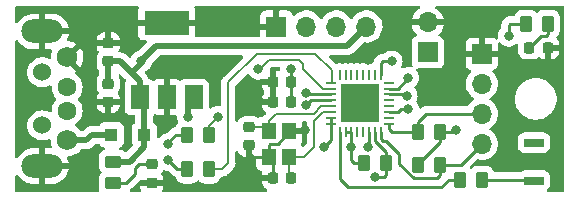
<source format=gbr>
G04 #@! TF.GenerationSoftware,KiCad,Pcbnew,6.0.4+dfsg-1*
G04 #@! TF.CreationDate,2022-04-07T16:59:09-04:00*
G04 #@! TF.ProjectId,PortaNet,506f7274-614e-4657-942e-6b696361645f,rev?*
G04 #@! TF.SameCoordinates,Original*
G04 #@! TF.FileFunction,Copper,L1,Top*
G04 #@! TF.FilePolarity,Positive*
%FSLAX46Y46*%
G04 Gerber Fmt 4.6, Leading zero omitted, Abs format (unit mm)*
G04 Created by KiCad (PCBNEW 6.0.4+dfsg-1) date 2022-04-07 16:59:09*
%MOMM*%
%LPD*%
G01*
G04 APERTURE LIST*
G04 Aperture macros list*
%AMRoundRect*
0 Rectangle with rounded corners*
0 $1 Rounding radius*
0 $2 $3 $4 $5 $6 $7 $8 $9 X,Y pos of 4 corners*
0 Add a 4 corners polygon primitive as box body*
4,1,4,$2,$3,$4,$5,$6,$7,$8,$9,$2,$3,0*
0 Add four circle primitives for the rounded corners*
1,1,$1+$1,$2,$3*
1,1,$1+$1,$4,$5*
1,1,$1+$1,$6,$7*
1,1,$1+$1,$8,$9*
0 Add four rect primitives between the rounded corners*
20,1,$1+$1,$2,$3,$4,$5,0*
20,1,$1+$1,$4,$5,$6,$7,0*
20,1,$1+$1,$6,$7,$8,$9,0*
20,1,$1+$1,$8,$9,$2,$3,0*%
G04 Aperture macros list end*
G04 #@! TA.AperFunction,SMDPad,CuDef*
%ADD10RoundRect,0.218750X0.218750X0.256250X-0.218750X0.256250X-0.218750X-0.256250X0.218750X-0.256250X0*%
G04 #@! TD*
G04 #@! TA.AperFunction,SMDPad,CuDef*
%ADD11RoundRect,0.187500X0.687500X0.187500X-0.687500X0.187500X-0.687500X-0.187500X0.687500X-0.187500X0*%
G04 #@! TD*
G04 #@! TA.AperFunction,SMDPad,CuDef*
%ADD12RoundRect,0.250000X-0.262500X-0.450000X0.262500X-0.450000X0.262500X0.450000X-0.262500X0.450000X0*%
G04 #@! TD*
G04 #@! TA.AperFunction,SMDPad,CuDef*
%ADD13RoundRect,0.225000X0.225000X0.250000X-0.225000X0.250000X-0.225000X-0.250000X0.225000X-0.250000X0*%
G04 #@! TD*
G04 #@! TA.AperFunction,WasherPad*
%ADD14C,1.524000*%
G04 #@! TD*
G04 #@! TA.AperFunction,ComponentPad*
%ADD15C,1.750000*%
G04 #@! TD*
G04 #@! TA.AperFunction,ComponentPad*
%ADD16C,1.600000*%
G04 #@! TD*
G04 #@! TA.AperFunction,ComponentPad*
%ADD17O,3.500000X2.000000*%
G04 #@! TD*
G04 #@! TA.AperFunction,SMDPad,CuDef*
%ADD18RoundRect,0.250000X0.262500X0.450000X-0.262500X0.450000X-0.262500X-0.450000X0.262500X-0.450000X0*%
G04 #@! TD*
G04 #@! TA.AperFunction,SMDPad,CuDef*
%ADD19RoundRect,0.062500X0.062500X-0.375000X0.062500X0.375000X-0.062500X0.375000X-0.062500X-0.375000X0*%
G04 #@! TD*
G04 #@! TA.AperFunction,SMDPad,CuDef*
%ADD20RoundRect,0.062500X0.375000X-0.062500X0.375000X0.062500X-0.375000X0.062500X-0.375000X-0.062500X0*%
G04 #@! TD*
G04 #@! TA.AperFunction,ComponentPad*
%ADD21C,0.500000*%
G04 #@! TD*
G04 #@! TA.AperFunction,SMDPad,CuDef*
%ADD22R,3.300000X3.300000*%
G04 #@! TD*
G04 #@! TA.AperFunction,SMDPad,CuDef*
%ADD23RoundRect,0.225000X-0.250000X0.225000X-0.250000X-0.225000X0.250000X-0.225000X0.250000X0.225000X0*%
G04 #@! TD*
G04 #@! TA.AperFunction,SMDPad,CuDef*
%ADD24RoundRect,0.218750X0.256250X-0.218750X0.256250X0.218750X-0.256250X0.218750X-0.256250X-0.218750X0*%
G04 #@! TD*
G04 #@! TA.AperFunction,ComponentPad*
%ADD25R,1.700000X1.700000*%
G04 #@! TD*
G04 #@! TA.AperFunction,ComponentPad*
%ADD26O,1.700000X1.700000*%
G04 #@! TD*
G04 #@! TA.AperFunction,SMDPad,CuDef*
%ADD27R,1.500000X2.000000*%
G04 #@! TD*
G04 #@! TA.AperFunction,SMDPad,CuDef*
%ADD28R,3.800000X2.000000*%
G04 #@! TD*
G04 #@! TA.AperFunction,SMDPad,CuDef*
%ADD29R,1.200000X1.400000*%
G04 #@! TD*
G04 #@! TA.AperFunction,SMDPad,CuDef*
%ADD30RoundRect,0.250000X0.450000X-0.262500X0.450000X0.262500X-0.450000X0.262500X-0.450000X-0.262500X0*%
G04 #@! TD*
G04 #@! TA.AperFunction,SMDPad,CuDef*
%ADD31RoundRect,0.225000X0.250000X-0.225000X0.250000X0.225000X-0.250000X0.225000X-0.250000X-0.225000X0*%
G04 #@! TD*
G04 #@! TA.AperFunction,SMDPad,CuDef*
%ADD32R,1.100000X1.100000*%
G04 #@! TD*
G04 #@! TA.AperFunction,ViaPad*
%ADD33C,0.800000*%
G04 #@! TD*
G04 #@! TA.AperFunction,Conductor*
%ADD34C,0.250000*%
G04 #@! TD*
G04 #@! TA.AperFunction,Conductor*
%ADD35C,0.500000*%
G04 #@! TD*
G04 #@! TA.AperFunction,Conductor*
%ADD36C,0.200000*%
G04 #@! TD*
G04 APERTURE END LIST*
D10*
X167284500Y-66802000D03*
X165709500Y-66802000D03*
D11*
X166089000Y-78041500D03*
X166089000Y-74841500D03*
D12*
X136755500Y-74168000D03*
X138580500Y-74168000D03*
D13*
X145555000Y-71374000D03*
X144005000Y-71374000D03*
D14*
X124460000Y-68870000D03*
X124460000Y-73370000D03*
D15*
X126560000Y-74620000D03*
D16*
X126560000Y-72120000D03*
X126560000Y-70120000D03*
D15*
X126560000Y-67620000D03*
D17*
X124460000Y-76820000D03*
X124460000Y-65420000D03*
D12*
X136755500Y-77089000D03*
X138580500Y-77089000D03*
D13*
X145555000Y-69723000D03*
X144005000Y-69723000D03*
D18*
X167282500Y-64770000D03*
X165457500Y-64770000D03*
X161694500Y-77978000D03*
X159869500Y-77978000D03*
D19*
X149634000Y-73938500D03*
X150134000Y-73938500D03*
X150634000Y-73938500D03*
X151134000Y-73938500D03*
X151634000Y-73938500D03*
X152134000Y-73938500D03*
X152634000Y-73938500D03*
X153134000Y-73938500D03*
D20*
X153821500Y-73251000D03*
X153821500Y-72751000D03*
X153821500Y-72251000D03*
X153821500Y-71751000D03*
X153821500Y-71251000D03*
X153821500Y-70751000D03*
X153821500Y-70251000D03*
X153821500Y-69751000D03*
D19*
X153134000Y-69063500D03*
X152634000Y-69063500D03*
X152134000Y-69063500D03*
X151634000Y-69063500D03*
X151134000Y-69063500D03*
X150634000Y-69063500D03*
X150134000Y-69063500D03*
X149634000Y-69063500D03*
D20*
X148946500Y-69751000D03*
X148946500Y-70251000D03*
X148946500Y-70751000D03*
X148946500Y-71251000D03*
X148946500Y-71751000D03*
X148946500Y-72251000D03*
X148946500Y-72751000D03*
X148946500Y-73251000D03*
D21*
X152384000Y-71501000D03*
X150384000Y-72501000D03*
X151384000Y-70501000D03*
X152384000Y-70501000D03*
X151384000Y-71501000D03*
D22*
X151384000Y-71501000D03*
D21*
X152384000Y-72501000D03*
X151384000Y-72501000D03*
X150384000Y-70501000D03*
X150384000Y-71501000D03*
D23*
X130048000Y-69837000D03*
X130048000Y-71387000D03*
D12*
X156313500Y-73914000D03*
X158138500Y-73914000D03*
D24*
X133731000Y-78257500D03*
X133731000Y-76682500D03*
D25*
X144287000Y-64999000D03*
D26*
X146827000Y-64999000D03*
X149367000Y-64999000D03*
X151907000Y-64999000D03*
D27*
X132701000Y-70968000D03*
X135001000Y-70968000D03*
D28*
X135001000Y-64668000D03*
D27*
X137301000Y-70968000D03*
D18*
X158138500Y-76708000D03*
X156313500Y-76708000D03*
D25*
X157099000Y-67188000D03*
D26*
X157099000Y-64648000D03*
D29*
X143676000Y-73830000D03*
X143676000Y-76030000D03*
X145376000Y-76030000D03*
X145376000Y-73830000D03*
D13*
X145555000Y-77851000D03*
X144005000Y-77851000D03*
D25*
X161671000Y-67310000D03*
D26*
X161671000Y-69850000D03*
X161671000Y-72390000D03*
X161671000Y-74930000D03*
D30*
X130429000Y-78255500D03*
X130429000Y-76430500D03*
D23*
X141986000Y-73520000D03*
X141986000Y-75070000D03*
D31*
X130048000Y-67958000D03*
X130048000Y-66408000D03*
D32*
X133099000Y-74168000D03*
X130299000Y-74168000D03*
D18*
X153566500Y-76581000D03*
X151741500Y-76581000D03*
D33*
X146812000Y-71628000D03*
X154051000Y-67945000D03*
X136779000Y-72644000D03*
X148336000Y-75184000D03*
X145542000Y-68580000D03*
X163957000Y-65786000D03*
X159512000Y-73787000D03*
X155448000Y-72009000D03*
X150622000Y-75184000D03*
X142367000Y-70485000D03*
X137414000Y-68580000D03*
X152019000Y-67818000D03*
X146685000Y-73787000D03*
X132842000Y-67945000D03*
X146812000Y-70612000D03*
X135128000Y-76327000D03*
X135128000Y-74930000D03*
X152654000Y-77724000D03*
X139319000Y-72644000D03*
X142748000Y-68580000D03*
X155448000Y-69342000D03*
X152019000Y-75184000D03*
X155321000Y-70866000D03*
D34*
X148946500Y-71251000D02*
X147189000Y-71251000D01*
X147189000Y-71251000D02*
X146812000Y-71628000D01*
X166025500Y-77978000D02*
X166089000Y-78041500D01*
X161694500Y-77978000D02*
X166025500Y-77978000D01*
X145555000Y-69723000D02*
X145555000Y-71374000D01*
X154813000Y-72009000D02*
X155448000Y-72009000D01*
X148946500Y-73251000D02*
X148946500Y-74573500D01*
X158138500Y-74779500D02*
X158138500Y-73914000D01*
X145542000Y-69710000D02*
X145555000Y-69723000D01*
X145542000Y-68580000D02*
X145542000Y-69710000D01*
X151741500Y-76581000D02*
X150876000Y-76581000D01*
X164084000Y-64770000D02*
X163957000Y-64897000D01*
X156313500Y-76708000D02*
X156313500Y-76604500D01*
X153134000Y-69063500D02*
X153134000Y-68100000D01*
X156313500Y-76604500D02*
X158138500Y-74779500D01*
X150876000Y-76581000D02*
X150622000Y-76327000D01*
X148946500Y-72751000D02*
X148946500Y-73251000D01*
X159385000Y-73914000D02*
X159512000Y-73787000D01*
X150622000Y-76327000D02*
X150622000Y-75184000D01*
X153821500Y-72251000D02*
X154571000Y-72251000D01*
X153134000Y-68100000D02*
X153289000Y-67945000D01*
X150634000Y-73938500D02*
X150634000Y-75172000D01*
X148946500Y-74573500D02*
X148336000Y-75184000D01*
X153289000Y-67945000D02*
X154051000Y-67945000D01*
X150634000Y-75172000D02*
X150622000Y-75184000D01*
X150634000Y-73938500D02*
X150134000Y-73938500D01*
D35*
X136779000Y-71490000D02*
X137301000Y-70968000D01*
D34*
X163957000Y-64897000D02*
X163957000Y-65786000D01*
D35*
X136779000Y-72644000D02*
X136779000Y-71490000D01*
D34*
X158138500Y-73914000D02*
X159385000Y-73914000D01*
X165457500Y-64770000D02*
X164084000Y-64770000D01*
X154571000Y-72251000D02*
X154813000Y-72009000D01*
X145376000Y-73953000D02*
X144399000Y-74930000D01*
X145460000Y-73914000D02*
X145376000Y-73830000D01*
X144005000Y-69723000D02*
X144005000Y-71374000D01*
X141986000Y-75070000D02*
X141986000Y-75692000D01*
X145376000Y-73830000D02*
X145376000Y-73953000D01*
X145419000Y-73787000D02*
X145376000Y-73830000D01*
X146685000Y-73787000D02*
X145419000Y-73787000D01*
X144399000Y-74930000D02*
X143764000Y-74930000D01*
X143256000Y-71374000D02*
X142367000Y-70485000D01*
D35*
X137414000Y-68580000D02*
X135509000Y-68580000D01*
X135001000Y-69088000D02*
X135001000Y-70968000D01*
D34*
X141986000Y-75692000D02*
X142324000Y-76030000D01*
X143764000Y-74930000D02*
X143637000Y-75057000D01*
X144005000Y-77851000D02*
X144005000Y-76359000D01*
X144005000Y-71374000D02*
X143256000Y-71374000D01*
X142324000Y-76030000D02*
X143676000Y-76030000D01*
X144005000Y-76359000D02*
X143676000Y-76030000D01*
X143637000Y-75991000D02*
X143676000Y-76030000D01*
X143637000Y-75057000D02*
X143637000Y-75991000D01*
D35*
X135509000Y-68580000D02*
X135001000Y-69088000D01*
X134112000Y-66675000D02*
X132842000Y-67945000D01*
X133099000Y-71366000D02*
X132701000Y-70968000D01*
X130429000Y-76430500D02*
X131849500Y-76430500D01*
X132701000Y-70968000D02*
X132701000Y-69582000D01*
X133099000Y-74168000D02*
X133099000Y-71366000D01*
X132016500Y-68897500D02*
X131077000Y-67958000D01*
X130048000Y-67958000D02*
X130048000Y-69837000D01*
X150231000Y-66675000D02*
X134112000Y-66675000D01*
X131849500Y-76430500D02*
X133099000Y-75181000D01*
X151907000Y-64999000D02*
X150231000Y-66675000D01*
X132701000Y-69582000D02*
X132016500Y-68897500D01*
X132842000Y-68072000D02*
X132842000Y-67945000D01*
X131077000Y-67958000D02*
X130048000Y-67958000D01*
X132016500Y-68897500D02*
X132842000Y-68072000D01*
X133099000Y-75181000D02*
X133099000Y-74168000D01*
D36*
X147447000Y-72390000D02*
X148086000Y-71751000D01*
X148086000Y-71751000D02*
X148946500Y-71751000D01*
X143676000Y-72986000D02*
X144272000Y-72390000D01*
X144272000Y-72390000D02*
X147447000Y-72390000D01*
X143676000Y-73830000D02*
X143676000Y-72986000D01*
X143366000Y-73520000D02*
X143676000Y-73830000D01*
X141986000Y-73520000D02*
X143366000Y-73520000D01*
X148221000Y-72251000D02*
X148946500Y-72251000D01*
X146601000Y-76030000D02*
X147447000Y-75184000D01*
X145376000Y-77672000D02*
X145555000Y-77851000D01*
X147447000Y-73025000D02*
X148221000Y-72251000D01*
X145376000Y-76030000D02*
X146601000Y-76030000D01*
X147447000Y-75184000D02*
X147447000Y-73025000D01*
X145376000Y-76030000D02*
X145376000Y-77672000D01*
D35*
X128199000Y-74620000D02*
X128651000Y-74168000D01*
X126560000Y-74620000D02*
X128199000Y-74620000D01*
X128651000Y-74168000D02*
X130299000Y-74168000D01*
D34*
X132334000Y-77470000D02*
X132334000Y-76962000D01*
X131548500Y-78255500D02*
X132334000Y-77470000D01*
X130429000Y-78255500D02*
X131548500Y-78255500D01*
X132613500Y-76682500D02*
X133731000Y-76682500D01*
X132334000Y-76962000D02*
X132613500Y-76682500D01*
X166725500Y-65786000D02*
X167132000Y-65786000D01*
X165709500Y-66802000D02*
X166725500Y-65786000D01*
X167282500Y-65635500D02*
X167282500Y-64770000D01*
X167132000Y-65786000D02*
X167282500Y-65635500D01*
X146812000Y-70612000D02*
X146951000Y-70751000D01*
X146951000Y-70751000D02*
X148946500Y-70751000D01*
X135890000Y-77089000D02*
X135128000Y-76327000D01*
X136755500Y-77089000D02*
X135890000Y-77089000D01*
X136755500Y-74168000D02*
X135763000Y-74168000D01*
X135763000Y-74168000D02*
X135128000Y-74803000D01*
X135128000Y-74803000D02*
X135128000Y-74930000D01*
X156972000Y-72390000D02*
X156313500Y-73048500D01*
X153821500Y-73251000D02*
X153821500Y-73684500D01*
X153821500Y-73684500D02*
X154051000Y-73914000D01*
X154051000Y-73914000D02*
X156313500Y-73914000D01*
X156313500Y-73048500D02*
X156313500Y-73914000D01*
X156972000Y-72390000D02*
X161671000Y-72390000D01*
X153289718Y-74676000D02*
X153134000Y-74520282D01*
X158138500Y-77573500D02*
X157861000Y-77851000D01*
X159893000Y-76708000D02*
X161671000Y-74930000D01*
X154686000Y-76605493D02*
X154686000Y-75819000D01*
X158138500Y-76708000D02*
X159893000Y-76708000D01*
X153543000Y-74676000D02*
X153289718Y-74676000D01*
X157861000Y-77851000D02*
X155931507Y-77851000D01*
X153134000Y-74520282D02*
X153134000Y-73938500D01*
X158138500Y-76708000D02*
X158138500Y-77573500D01*
X154686000Y-75819000D02*
X153543000Y-74676000D01*
X155931507Y-77851000D02*
X154686000Y-76605493D01*
X153566500Y-76581000D02*
X153566500Y-77573500D01*
X153566500Y-77573500D02*
X153416000Y-77724000D01*
X153566500Y-75588500D02*
X152634000Y-74656000D01*
X153416000Y-77724000D02*
X152654000Y-77724000D01*
X153566500Y-76581000D02*
X153566500Y-75588500D01*
X152634000Y-74656000D02*
X152634000Y-73938500D01*
D36*
X138580500Y-74168000D02*
X138580500Y-73382500D01*
X143637000Y-67818000D02*
X142875000Y-68580000D01*
X142875000Y-68580000D02*
X142748000Y-68580000D01*
X148946500Y-70251000D02*
X148229000Y-70251000D01*
X146558000Y-68199000D02*
X146177000Y-67818000D01*
X148229000Y-70251000D02*
X146558000Y-68580000D01*
X146177000Y-67818000D02*
X143637000Y-67818000D01*
X138580500Y-73382500D02*
X139319000Y-72644000D01*
X146558000Y-68580000D02*
X146558000Y-68199000D01*
X148971000Y-68707000D02*
X147574000Y-67310000D01*
X140208000Y-76581000D02*
X139700000Y-77089000D01*
X148946500Y-69751000D02*
X148971000Y-69726500D01*
X147574000Y-67310000D02*
X142621000Y-67310000D01*
X140208000Y-69723000D02*
X140208000Y-76581000D01*
X139700000Y-77089000D02*
X138580500Y-77089000D01*
X148971000Y-69726500D02*
X148971000Y-68707000D01*
X142621000Y-67310000D02*
X140208000Y-69723000D01*
D34*
X149634000Y-73938500D02*
X149634000Y-77879000D01*
X158242000Y-78613000D02*
X158877000Y-77978000D01*
X149634000Y-77879000D02*
X150368000Y-78613000D01*
X150368000Y-78613000D02*
X158242000Y-78613000D01*
X158877000Y-77978000D02*
X159869500Y-77978000D01*
X153821500Y-70251000D02*
X154539000Y-70251000D01*
X154539000Y-70251000D02*
X155448000Y-69342000D01*
X152134000Y-73938500D02*
X152134000Y-75069000D01*
X152134000Y-75069000D02*
X152019000Y-75184000D01*
X153821500Y-70751000D02*
X155206000Y-70751000D01*
X155206000Y-70751000D02*
X155321000Y-70866000D01*
G04 #@! TA.AperFunction,Conductor*
G36*
X132603599Y-63266502D02*
G01*
X132650092Y-63320158D01*
X132660196Y-63390432D01*
X132649935Y-63421203D01*
X132650828Y-63421538D01*
X132602522Y-63550394D01*
X132598895Y-63565649D01*
X132593369Y-63616514D01*
X132593000Y-63623328D01*
X132593000Y-64395885D01*
X132597475Y-64411124D01*
X132598865Y-64412329D01*
X132606548Y-64414000D01*
X137390884Y-64414000D01*
X137406123Y-64409525D01*
X137407328Y-64408135D01*
X137408999Y-64400452D01*
X137408999Y-63623331D01*
X137408629Y-63616510D01*
X137403105Y-63565648D01*
X137399479Y-63550396D01*
X137351172Y-63421538D01*
X137353316Y-63420734D01*
X137340834Y-63363645D01*
X137365574Y-63297098D01*
X137422364Y-63254491D01*
X137466522Y-63246500D01*
X156335187Y-63246500D01*
X156403308Y-63266502D01*
X156449801Y-63320158D01*
X156459905Y-63390432D01*
X156430411Y-63455012D01*
X156393367Y-63484263D01*
X156377463Y-63492542D01*
X156368738Y-63498036D01*
X156198433Y-63625905D01*
X156190726Y-63632748D01*
X156043590Y-63786717D01*
X156037104Y-63794727D01*
X155917098Y-63970649D01*
X155912000Y-63979623D01*
X155822338Y-64172783D01*
X155818775Y-64182470D01*
X155763389Y-64382183D01*
X155764912Y-64390607D01*
X155777292Y-64394000D01*
X158417344Y-64394000D01*
X158430875Y-64390027D01*
X158432180Y-64380947D01*
X158390214Y-64213875D01*
X158386894Y-64204124D01*
X158301972Y-64008814D01*
X158297105Y-63999739D01*
X158181426Y-63820926D01*
X158175136Y-63812757D01*
X158031806Y-63655240D01*
X158024273Y-63648215D01*
X157857139Y-63516222D01*
X157848552Y-63510517D01*
X157798358Y-63482808D01*
X157748388Y-63432375D01*
X157733616Y-63362933D01*
X157758733Y-63296527D01*
X157815764Y-63254243D01*
X157859252Y-63246500D01*
X168529500Y-63246500D01*
X168597621Y-63266502D01*
X168644114Y-63320158D01*
X168655500Y-63372500D01*
X168655500Y-78867500D01*
X168635498Y-78935621D01*
X168581842Y-78982114D01*
X168529500Y-78993500D01*
X167300531Y-78993500D01*
X167232410Y-78973498D01*
X167185917Y-78919842D01*
X167175813Y-78849568D01*
X167205307Y-78784988D01*
X167211436Y-78778405D01*
X167328230Y-78661611D01*
X167415496Y-78517518D01*
X167465872Y-78356768D01*
X167472500Y-78284635D01*
X167472499Y-77798366D01*
X167471685Y-77789500D01*
X167467965Y-77749011D01*
X167465872Y-77726232D01*
X167451960Y-77681838D01*
X167417768Y-77572731D01*
X167417767Y-77572729D01*
X167415496Y-77565482D01*
X167379078Y-77505348D01*
X167357050Y-77468976D01*
X167328230Y-77421389D01*
X167209111Y-77302270D01*
X167109917Y-77242196D01*
X167071514Y-77218938D01*
X167071513Y-77218938D01*
X167065018Y-77215004D01*
X167057771Y-77212733D01*
X167057769Y-77212732D01*
X166982039Y-77189000D01*
X166904268Y-77164628D01*
X166832135Y-77158000D01*
X166829237Y-77158000D01*
X166087072Y-77158001D01*
X165345866Y-77158001D01*
X165343008Y-77158264D01*
X165342999Y-77158264D01*
X165311916Y-77161120D01*
X165273732Y-77164628D01*
X165267354Y-77166627D01*
X165267353Y-77166627D01*
X165120231Y-77212732D01*
X165120229Y-77212733D01*
X165112982Y-77215004D01*
X165106487Y-77218938D01*
X165106486Y-77218938D01*
X165068083Y-77242196D01*
X164968889Y-77302270D01*
X164963516Y-77307643D01*
X164957544Y-77312326D01*
X164956751Y-77311315D01*
X164901252Y-77341621D01*
X164874469Y-77344500D01*
X162786197Y-77344500D01*
X162718076Y-77324498D01*
X162671583Y-77270842D01*
X162666674Y-77258377D01*
X162650867Y-77210998D01*
X162650866Y-77210996D01*
X162648550Y-77204054D01*
X162642441Y-77194181D01*
X162559332Y-77059880D01*
X162555478Y-77053652D01*
X162536241Y-77034448D01*
X162435483Y-76933866D01*
X162430303Y-76928695D01*
X162392379Y-76905318D01*
X162285968Y-76839725D01*
X162285966Y-76839724D01*
X162279738Y-76835885D01*
X162119254Y-76782655D01*
X162118389Y-76782368D01*
X162118387Y-76782368D01*
X162111861Y-76780203D01*
X162105025Y-76779503D01*
X162105022Y-76779502D01*
X162057849Y-76774669D01*
X162007400Y-76769500D01*
X161381600Y-76769500D01*
X161378354Y-76769837D01*
X161378350Y-76769837D01*
X161282692Y-76779762D01*
X161282688Y-76779763D01*
X161275834Y-76780474D01*
X161269298Y-76782655D01*
X161269296Y-76782655D01*
X161154390Y-76820991D01*
X161108054Y-76836450D01*
X160957652Y-76929522D01*
X160878875Y-77008437D01*
X160871216Y-77016109D01*
X160808934Y-77050188D01*
X160738114Y-77045185D01*
X160693026Y-77016265D01*
X160675991Y-76999260D01*
X160641911Y-76936978D01*
X160646914Y-76866158D01*
X160675913Y-76820991D01*
X161215549Y-76281355D01*
X161277861Y-76247329D01*
X161329762Y-76246979D01*
X161509597Y-76283567D01*
X161514772Y-76283757D01*
X161514774Y-76283757D01*
X161727673Y-76291564D01*
X161727677Y-76291564D01*
X161732837Y-76291753D01*
X161737957Y-76291097D01*
X161737959Y-76291097D01*
X161949288Y-76264025D01*
X161949289Y-76264025D01*
X161954416Y-76263368D01*
X162005890Y-76247925D01*
X162163429Y-76200661D01*
X162163434Y-76200659D01*
X162168384Y-76199174D01*
X162368994Y-76100896D01*
X162550860Y-75971173D01*
X162709096Y-75813489D01*
X162712292Y-75809042D01*
X162836435Y-75636277D01*
X162839453Y-75632077D01*
X162844043Y-75622791D01*
X162936136Y-75436453D01*
X162936137Y-75436451D01*
X162938430Y-75431811D01*
X162974770Y-75312202D01*
X163001865Y-75223023D01*
X163001865Y-75223021D01*
X163003370Y-75218069D01*
X163032529Y-74996590D01*
X163033078Y-74974138D01*
X163034074Y-74933365D01*
X163034074Y-74933361D01*
X163034156Y-74930000D01*
X163015852Y-74707361D01*
X162988474Y-74598365D01*
X164705500Y-74598365D01*
X164705501Y-75084634D01*
X164705764Y-75087492D01*
X164705764Y-75087501D01*
X164708724Y-75119715D01*
X164712128Y-75156768D01*
X164714127Y-75163146D01*
X164714127Y-75163147D01*
X164759537Y-75308049D01*
X164762504Y-75317518D01*
X164766438Y-75324013D01*
X164766438Y-75324014D01*
X164775223Y-75338520D01*
X164849770Y-75461611D01*
X164968889Y-75580730D01*
X164975385Y-75584664D01*
X165106163Y-75663866D01*
X165112982Y-75667996D01*
X165120229Y-75670267D01*
X165120231Y-75670268D01*
X165161922Y-75683333D01*
X165273732Y-75718372D01*
X165345865Y-75725000D01*
X165348763Y-75725000D01*
X166090928Y-75724999D01*
X166832134Y-75724999D01*
X166834992Y-75724736D01*
X166835001Y-75724736D01*
X166870137Y-75721508D01*
X166904268Y-75718372D01*
X166922013Y-75712811D01*
X167057769Y-75670268D01*
X167057771Y-75670267D01*
X167065018Y-75667996D01*
X167071838Y-75663866D01*
X167202615Y-75584664D01*
X167209111Y-75580730D01*
X167328230Y-75461611D01*
X167402777Y-75338520D01*
X167411562Y-75324014D01*
X167411562Y-75324013D01*
X167415496Y-75317518D01*
X167418464Y-75308049D01*
X167445697Y-75221146D01*
X167465872Y-75156768D01*
X167472500Y-75084635D01*
X167472499Y-74598366D01*
X167472234Y-74595474D01*
X167466483Y-74532886D01*
X167465872Y-74526232D01*
X167461231Y-74511423D01*
X167417768Y-74372731D01*
X167417767Y-74372729D01*
X167415496Y-74365482D01*
X167328230Y-74221389D01*
X167209111Y-74102270D01*
X167110616Y-74042619D01*
X167071514Y-74018938D01*
X167071513Y-74018938D01*
X167065018Y-74015004D01*
X167057771Y-74012733D01*
X167057769Y-74012732D01*
X166976525Y-73987272D01*
X166904268Y-73964628D01*
X166832135Y-73958000D01*
X166829237Y-73958000D01*
X166087072Y-73958001D01*
X165345866Y-73958001D01*
X165343008Y-73958264D01*
X165342999Y-73958264D01*
X165307863Y-73961492D01*
X165273732Y-73964628D01*
X165267354Y-73966627D01*
X165267353Y-73966627D01*
X165120231Y-74012732D01*
X165120229Y-74012733D01*
X165112982Y-74015004D01*
X165106487Y-74018938D01*
X165106486Y-74018938D01*
X165067384Y-74042619D01*
X164968889Y-74102270D01*
X164849770Y-74221389D01*
X164762504Y-74365482D01*
X164760233Y-74372729D01*
X164760232Y-74372731D01*
X164740523Y-74435624D01*
X164712128Y-74526232D01*
X164705500Y-74598365D01*
X162988474Y-74598365D01*
X162961431Y-74490702D01*
X162872354Y-74285840D01*
X162789689Y-74158059D01*
X162753822Y-74102617D01*
X162753820Y-74102614D01*
X162751014Y-74098277D01*
X162600670Y-73933051D01*
X162596619Y-73929852D01*
X162596615Y-73929848D01*
X162429414Y-73797800D01*
X162429410Y-73797798D01*
X162425359Y-73794598D01*
X162384053Y-73771796D01*
X162334084Y-73721364D01*
X162319312Y-73651921D01*
X162344428Y-73585516D01*
X162371780Y-73558909D01*
X162441331Y-73509299D01*
X162550860Y-73431173D01*
X162569053Y-73413044D01*
X162705435Y-73277137D01*
X162709096Y-73273489D01*
X162721826Y-73255774D01*
X162836435Y-73096277D01*
X162839453Y-73092077D01*
X162843611Y-73083665D01*
X162936136Y-72896453D01*
X162936137Y-72896451D01*
X162938430Y-72891811D01*
X162993168Y-72711647D01*
X163001865Y-72683023D01*
X163001865Y-72683021D01*
X163003370Y-72678069D01*
X163032529Y-72456590D01*
X163032611Y-72453240D01*
X163034074Y-72393365D01*
X163034074Y-72393361D01*
X163034156Y-72390000D01*
X163015852Y-72167361D01*
X162961431Y-71950702D01*
X162872354Y-71745840D01*
X162806391Y-71643876D01*
X162753822Y-71562617D01*
X162753820Y-71562614D01*
X162751014Y-71558277D01*
X162600670Y-71393051D01*
X162596619Y-71389852D01*
X162596615Y-71389848D01*
X162429414Y-71257800D01*
X162429410Y-71257798D01*
X162425359Y-71254598D01*
X162384053Y-71231796D01*
X162379950Y-71227655D01*
X164482858Y-71227655D01*
X164518104Y-71486638D01*
X164519412Y-71491124D01*
X164519412Y-71491126D01*
X164532611Y-71536411D01*
X164591243Y-71737567D01*
X164593203Y-71741820D01*
X164593204Y-71741821D01*
X164608420Y-71774826D01*
X164700668Y-71974928D01*
X164726946Y-72015009D01*
X164841410Y-72189596D01*
X164841414Y-72189601D01*
X164843976Y-72193509D01*
X165018018Y-72388506D01*
X165218970Y-72555637D01*
X165229187Y-72561837D01*
X165438422Y-72688804D01*
X165438426Y-72688806D01*
X165442419Y-72691229D01*
X165683455Y-72792303D01*
X165936783Y-72856641D01*
X165941434Y-72857109D01*
X165941438Y-72857110D01*
X166134308Y-72876531D01*
X166153867Y-72878500D01*
X166309354Y-72878500D01*
X166311679Y-72878327D01*
X166311685Y-72878327D01*
X166499000Y-72864407D01*
X166499004Y-72864406D01*
X166503652Y-72864061D01*
X166508200Y-72863032D01*
X166508206Y-72863031D01*
X166694601Y-72820853D01*
X166758577Y-72806377D01*
X166769802Y-72802012D01*
X166997824Y-72713340D01*
X166997827Y-72713339D01*
X167002177Y-72711647D01*
X167022526Y-72700017D01*
X167109048Y-72650565D01*
X167229098Y-72581951D01*
X167434357Y-72420138D01*
X167613443Y-72229763D01*
X167762424Y-72015009D01*
X167764608Y-72010580D01*
X167875960Y-71784781D01*
X167875961Y-71784778D01*
X167878025Y-71780593D01*
X167879750Y-71775206D01*
X167956280Y-71536123D01*
X167957707Y-71531665D01*
X167999721Y-71273693D01*
X168001755Y-71118329D01*
X168003081Y-71017022D01*
X168003081Y-71017019D01*
X168003142Y-71012345D01*
X167967896Y-70753362D01*
X167953473Y-70703877D01*
X167937970Y-70650689D01*
X167894757Y-70502433D01*
X167892730Y-70498035D01*
X167862155Y-70431713D01*
X167785332Y-70265072D01*
X167693808Y-70125475D01*
X167644590Y-70050404D01*
X167644586Y-70050399D01*
X167642024Y-70046491D01*
X167467982Y-69851494D01*
X167267030Y-69684363D01*
X167181599Y-69632522D01*
X167047578Y-69551196D01*
X167047574Y-69551194D01*
X167043581Y-69548771D01*
X166802545Y-69447697D01*
X166549217Y-69383359D01*
X166544566Y-69382891D01*
X166544562Y-69382890D01*
X166335271Y-69361816D01*
X166332133Y-69361500D01*
X166176646Y-69361500D01*
X166174321Y-69361673D01*
X166174315Y-69361673D01*
X165987000Y-69375593D01*
X165986996Y-69375594D01*
X165982348Y-69375939D01*
X165977800Y-69376968D01*
X165977794Y-69376969D01*
X165806542Y-69415720D01*
X165727423Y-69433623D01*
X165723071Y-69435315D01*
X165723069Y-69435316D01*
X165488176Y-69526660D01*
X165488173Y-69526661D01*
X165483823Y-69528353D01*
X165256902Y-69658049D01*
X165051643Y-69819862D01*
X164872557Y-70010237D01*
X164778823Y-70145353D01*
X164736638Y-70206163D01*
X164723576Y-70224991D01*
X164721510Y-70229181D01*
X164721508Y-70229184D01*
X164649468Y-70375268D01*
X164607975Y-70459407D01*
X164606553Y-70463850D01*
X164606552Y-70463852D01*
X164546622Y-70651075D01*
X164528293Y-70708335D01*
X164486279Y-70966307D01*
X164485192Y-71049365D01*
X164483264Y-71196669D01*
X164482858Y-71227655D01*
X162379950Y-71227655D01*
X162334084Y-71181364D01*
X162319312Y-71111921D01*
X162344428Y-71045516D01*
X162371780Y-71018909D01*
X162438974Y-70970980D01*
X162550860Y-70891173D01*
X162574752Y-70867365D01*
X162661161Y-70781257D01*
X162709096Y-70733489D01*
X162739528Y-70691139D01*
X162836435Y-70556277D01*
X162839453Y-70552077D01*
X162863232Y-70503965D01*
X162936136Y-70356453D01*
X162936137Y-70356451D01*
X162938430Y-70351811D01*
X162999418Y-70151076D01*
X163001865Y-70143023D01*
X163001865Y-70143021D01*
X163003370Y-70138069D01*
X163032529Y-69916590D01*
X163033589Y-69873222D01*
X163034074Y-69853365D01*
X163034074Y-69853361D01*
X163034156Y-69850000D01*
X163015852Y-69627361D01*
X162961431Y-69410702D01*
X162872354Y-69205840D01*
X162806789Y-69104492D01*
X162753822Y-69022617D01*
X162753820Y-69022614D01*
X162751014Y-69018277D01*
X162747540Y-69014459D01*
X162747533Y-69014450D01*
X162603435Y-68856088D01*
X162572383Y-68792242D01*
X162580779Y-68721744D01*
X162625956Y-68666976D01*
X162652400Y-68653307D01*
X162759052Y-68613325D01*
X162774649Y-68604786D01*
X162876724Y-68528285D01*
X162889285Y-68515724D01*
X162965786Y-68413649D01*
X162974324Y-68398054D01*
X163019478Y-68277606D01*
X163023105Y-68262351D01*
X163028631Y-68211486D01*
X163029000Y-68204672D01*
X163029000Y-67582115D01*
X163024525Y-67566876D01*
X163023135Y-67565671D01*
X163015452Y-67564000D01*
X160331116Y-67564000D01*
X160315877Y-67568475D01*
X160314672Y-67569865D01*
X160313001Y-67577548D01*
X160313001Y-68204669D01*
X160313371Y-68211490D01*
X160318895Y-68262352D01*
X160322521Y-68277604D01*
X160367676Y-68398054D01*
X160376214Y-68413649D01*
X160452715Y-68515724D01*
X160465276Y-68528285D01*
X160567351Y-68604786D01*
X160582946Y-68613324D01*
X160691827Y-68654142D01*
X160748591Y-68696784D01*
X160773291Y-68763345D01*
X160758083Y-68832694D01*
X160738691Y-68859175D01*
X160615200Y-68988401D01*
X160611629Y-68992138D01*
X160608715Y-68996410D01*
X160608714Y-68996411D01*
X160540250Y-69096776D01*
X160485743Y-69176680D01*
X160470003Y-69210590D01*
X160397290Y-69367237D01*
X160391688Y-69379305D01*
X160331989Y-69594570D01*
X160308251Y-69816695D01*
X160308548Y-69821848D01*
X160308548Y-69821851D01*
X160316463Y-69959118D01*
X160321110Y-70039715D01*
X160322247Y-70044761D01*
X160322248Y-70044767D01*
X160342501Y-70134635D01*
X160370222Y-70257639D01*
X160414691Y-70367153D01*
X160452141Y-70459382D01*
X160454266Y-70464616D01*
X160476396Y-70500729D01*
X160551335Y-70623018D01*
X160570987Y-70655088D01*
X160717250Y-70823938D01*
X160775822Y-70872565D01*
X160880884Y-70959789D01*
X160889126Y-70966632D01*
X160896567Y-70970980D01*
X160962445Y-71009476D01*
X161011169Y-71061114D01*
X161024240Y-71130897D01*
X160997509Y-71196669D01*
X160957055Y-71230027D01*
X160944607Y-71236507D01*
X160940474Y-71239610D01*
X160940471Y-71239612D01*
X160770320Y-71367365D01*
X160765965Y-71370635D01*
X160747605Y-71389848D01*
X160640430Y-71502000D01*
X160611629Y-71532138D01*
X160608715Y-71536410D01*
X160608714Y-71536411D01*
X160496095Y-71701504D01*
X160441184Y-71746507D01*
X160392007Y-71756500D01*
X157050768Y-71756500D01*
X157039585Y-71755973D01*
X157032092Y-71754298D01*
X157024166Y-71754547D01*
X157024165Y-71754547D01*
X156964002Y-71756438D01*
X156960044Y-71756500D01*
X156932144Y-71756500D01*
X156928154Y-71757004D01*
X156916320Y-71757936D01*
X156872111Y-71759326D01*
X156864495Y-71761539D01*
X156864493Y-71761539D01*
X156852652Y-71764979D01*
X156833293Y-71768988D01*
X156831983Y-71769154D01*
X156813203Y-71771526D01*
X156805837Y-71774442D01*
X156805831Y-71774444D01*
X156772098Y-71787800D01*
X156760868Y-71791645D01*
X156726017Y-71801770D01*
X156718407Y-71803981D01*
X156711584Y-71808016D01*
X156700966Y-71814295D01*
X156683213Y-71822992D01*
X156676746Y-71825553D01*
X156664383Y-71830448D01*
X156657968Y-71835109D01*
X156628612Y-71856437D01*
X156618695Y-71862951D01*
X156580638Y-71885458D01*
X156566317Y-71899779D01*
X156551281Y-71912621D01*
X156542114Y-71919281D01*
X156475246Y-71943139D01*
X156406095Y-71927057D01*
X156356616Y-71876142D01*
X156342746Y-71830519D01*
X156342233Y-71825642D01*
X156342232Y-71825638D01*
X156341542Y-71819072D01*
X156282527Y-71637444D01*
X156277075Y-71628000D01*
X156243658Y-71570121D01*
X156187040Y-71472056D01*
X156146600Y-71427142D01*
X156115884Y-71363137D01*
X156124648Y-71292683D01*
X156131118Y-71279834D01*
X156152223Y-71243279D01*
X156152224Y-71243278D01*
X156155527Y-71237556D01*
X156214542Y-71055928D01*
X156215637Y-71045516D01*
X156233814Y-70872565D01*
X156234504Y-70866000D01*
X156225597Y-70781257D01*
X156215232Y-70682635D01*
X156215232Y-70682633D01*
X156214542Y-70676072D01*
X156155527Y-70494444D01*
X156140849Y-70469020D01*
X156115534Y-70425175D01*
X156060040Y-70329056D01*
X155985611Y-70246394D01*
X155954893Y-70182387D01*
X155963658Y-70111933D01*
X156005186Y-70060148D01*
X156053909Y-70024749D01*
X156053911Y-70024747D01*
X156059253Y-70020866D01*
X156066895Y-70012379D01*
X156182621Y-69883852D01*
X156182622Y-69883851D01*
X156187040Y-69878944D01*
X156199315Y-69857684D01*
X156279223Y-69719279D01*
X156279224Y-69719278D01*
X156282527Y-69713556D01*
X156341542Y-69531928D01*
X156342505Y-69522771D01*
X156360814Y-69348565D01*
X156361504Y-69342000D01*
X156354048Y-69271064D01*
X156342232Y-69158635D01*
X156342232Y-69158633D01*
X156341542Y-69152072D01*
X156282527Y-68970444D01*
X156187040Y-68805056D01*
X156143598Y-68756808D01*
X156112882Y-68692803D01*
X156121646Y-68622349D01*
X156167108Y-68567818D01*
X156237235Y-68546500D01*
X157997134Y-68546500D01*
X158059316Y-68539745D01*
X158195705Y-68488615D01*
X158312261Y-68401261D01*
X158399615Y-68284705D01*
X158450745Y-68148316D01*
X158457500Y-68086134D01*
X158457500Y-67037885D01*
X160313000Y-67037885D01*
X160317475Y-67053124D01*
X160318865Y-67054329D01*
X160326548Y-67056000D01*
X161398885Y-67056000D01*
X161414124Y-67051525D01*
X161415329Y-67050135D01*
X161417000Y-67042452D01*
X161417000Y-67037885D01*
X161925000Y-67037885D01*
X161929475Y-67053124D01*
X161930865Y-67054329D01*
X161938548Y-67056000D01*
X163010884Y-67056000D01*
X163026123Y-67051525D01*
X163027328Y-67050135D01*
X163028999Y-67042452D01*
X163028999Y-66441322D01*
X163049001Y-66373201D01*
X163102657Y-66326708D01*
X163172931Y-66316604D01*
X163237511Y-66346098D01*
X163248634Y-66357011D01*
X163345747Y-66464866D01*
X163390565Y-66497428D01*
X163459326Y-66547386D01*
X163500248Y-66577118D01*
X163506276Y-66579802D01*
X163506278Y-66579803D01*
X163668681Y-66652109D01*
X163674712Y-66654794D01*
X163765069Y-66674000D01*
X163855056Y-66693128D01*
X163855061Y-66693128D01*
X163861513Y-66694500D01*
X164052487Y-66694500D01*
X164058939Y-66693128D01*
X164058944Y-66693128D01*
X164148931Y-66674000D01*
X164239288Y-66654794D01*
X164245319Y-66652109D01*
X164407722Y-66579803D01*
X164407724Y-66579802D01*
X164413752Y-66577118D01*
X164438158Y-66559386D01*
X164563439Y-66468364D01*
X164630307Y-66444505D01*
X164699458Y-66460586D01*
X164748939Y-66511500D01*
X164763500Y-66570300D01*
X164763500Y-67106572D01*
X164774022Y-67207982D01*
X164827692Y-67368849D01*
X164916929Y-67513055D01*
X165036947Y-67632864D01*
X165043177Y-67636704D01*
X165043178Y-67636705D01*
X165062995Y-67648920D01*
X165181308Y-67721849D01*
X165188256Y-67724154D01*
X165188257Y-67724154D01*
X165335738Y-67773072D01*
X165335740Y-67773072D01*
X165342269Y-67775238D01*
X165442428Y-67785500D01*
X165976572Y-67785500D01*
X165979818Y-67785163D01*
X165979822Y-67785163D01*
X166013603Y-67781658D01*
X166077982Y-67774978D01*
X166238849Y-67721308D01*
X166383055Y-67632071D01*
X166408241Y-67606841D01*
X166470523Y-67572762D01*
X166541343Y-67577765D01*
X166586432Y-67606686D01*
X166607080Y-67627298D01*
X166618491Y-67636310D01*
X166750291Y-67717553D01*
X166763468Y-67723697D01*
X166910843Y-67772579D01*
X166924210Y-67775445D01*
X167013700Y-67784614D01*
X167027624Y-67780525D01*
X167028829Y-67779135D01*
X167030500Y-67771452D01*
X167030500Y-67766885D01*
X167538500Y-67766885D01*
X167542975Y-67782124D01*
X167544365Y-67783329D01*
X167551321Y-67784842D01*
X167554782Y-67784663D01*
X167646021Y-67775196D01*
X167659417Y-67772303D01*
X167806687Y-67723170D01*
X167819866Y-67716996D01*
X167951514Y-67635530D01*
X167962915Y-67626494D01*
X168072298Y-67516920D01*
X168081310Y-67505509D01*
X168162553Y-67373709D01*
X168168697Y-67360532D01*
X168217579Y-67213157D01*
X168220445Y-67199790D01*
X168229672Y-67109730D01*
X168230000Y-67103315D01*
X168230000Y-67074115D01*
X168225525Y-67058876D01*
X168224135Y-67057671D01*
X168216452Y-67056000D01*
X167556615Y-67056000D01*
X167541376Y-67060475D01*
X167540171Y-67061865D01*
X167538500Y-67069548D01*
X167538500Y-67766885D01*
X167030500Y-67766885D01*
X167030500Y-66674000D01*
X167050502Y-66605879D01*
X167104158Y-66559386D01*
X167156500Y-66548000D01*
X168211885Y-66548000D01*
X168227124Y-66543525D01*
X168228329Y-66542135D01*
X168230000Y-66534452D01*
X168230000Y-66500734D01*
X168229663Y-66494218D01*
X168220196Y-66402979D01*
X168217303Y-66389583D01*
X168168170Y-66242313D01*
X168161996Y-66229134D01*
X168080530Y-66097486D01*
X168071494Y-66086085D01*
X167998554Y-66013272D01*
X167964475Y-65950989D01*
X167969478Y-65880169D01*
X168009310Y-65825351D01*
X168013116Y-65822334D01*
X168019348Y-65818478D01*
X168144305Y-65693303D01*
X168179914Y-65635535D01*
X168233275Y-65548968D01*
X168233276Y-65548966D01*
X168237115Y-65542738D01*
X168292797Y-65374861D01*
X168294933Y-65354020D01*
X168297909Y-65324969D01*
X168303500Y-65270400D01*
X168303500Y-64269600D01*
X168300059Y-64236436D01*
X168293238Y-64170692D01*
X168293237Y-64170688D01*
X168292526Y-64163834D01*
X168288370Y-64151375D01*
X168238868Y-64003002D01*
X168236550Y-63996054D01*
X168143478Y-63845652D01*
X168018303Y-63720695D01*
X167912116Y-63655240D01*
X167873968Y-63631725D01*
X167873966Y-63631724D01*
X167867738Y-63627885D01*
X167707254Y-63574655D01*
X167706389Y-63574368D01*
X167706387Y-63574368D01*
X167699861Y-63572203D01*
X167693025Y-63571503D01*
X167693022Y-63571502D01*
X167649969Y-63567091D01*
X167595400Y-63561500D01*
X166969600Y-63561500D01*
X166966354Y-63561837D01*
X166966350Y-63561837D01*
X166870692Y-63571762D01*
X166870688Y-63571763D01*
X166863834Y-63572474D01*
X166857298Y-63574655D01*
X166857296Y-63574655D01*
X166731842Y-63616510D01*
X166696054Y-63628450D01*
X166545652Y-63721522D01*
X166472575Y-63794727D01*
X166459216Y-63808109D01*
X166396934Y-63842188D01*
X166326114Y-63837185D01*
X166281025Y-63808264D01*
X166198483Y-63725866D01*
X166193303Y-63720695D01*
X166087116Y-63655240D01*
X166048968Y-63631725D01*
X166048966Y-63631724D01*
X166042738Y-63627885D01*
X165882254Y-63574655D01*
X165881389Y-63574368D01*
X165881387Y-63574368D01*
X165874861Y-63572203D01*
X165868025Y-63571503D01*
X165868022Y-63571502D01*
X165824969Y-63567091D01*
X165770400Y-63561500D01*
X165144600Y-63561500D01*
X165141354Y-63561837D01*
X165141350Y-63561837D01*
X165045692Y-63571762D01*
X165045688Y-63571763D01*
X165038834Y-63572474D01*
X165032298Y-63574655D01*
X165032296Y-63574655D01*
X164906842Y-63616510D01*
X164871054Y-63628450D01*
X164720652Y-63721522D01*
X164595695Y-63846697D01*
X164591855Y-63852927D01*
X164591854Y-63852928D01*
X164509571Y-63986416D01*
X164502885Y-63997262D01*
X164494798Y-64021644D01*
X164485337Y-64050168D01*
X164444906Y-64108527D01*
X164379342Y-64135764D01*
X164365744Y-64136500D01*
X164162767Y-64136500D01*
X164151584Y-64135973D01*
X164144091Y-64134298D01*
X164136165Y-64134547D01*
X164136164Y-64134547D01*
X164076014Y-64136438D01*
X164072055Y-64136500D01*
X164044144Y-64136500D01*
X164040210Y-64136997D01*
X164040209Y-64136997D01*
X164040144Y-64137005D01*
X164028307Y-64137938D01*
X163996490Y-64138938D01*
X163992029Y-64139078D01*
X163984110Y-64139327D01*
X163966454Y-64144456D01*
X163964658Y-64144978D01*
X163945306Y-64148986D01*
X163938235Y-64149880D01*
X163925203Y-64151526D01*
X163917834Y-64154443D01*
X163917832Y-64154444D01*
X163884097Y-64167800D01*
X163872869Y-64171645D01*
X163830407Y-64183982D01*
X163823584Y-64188017D01*
X163823582Y-64188018D01*
X163812972Y-64194293D01*
X163795224Y-64202988D01*
X163776383Y-64210448D01*
X163769967Y-64215110D01*
X163769966Y-64215110D01*
X163740613Y-64236436D01*
X163730693Y-64242952D01*
X163699465Y-64261420D01*
X163699462Y-64261422D01*
X163692638Y-64265458D01*
X163678314Y-64279782D01*
X163663287Y-64292617D01*
X163646893Y-64304528D01*
X163641840Y-64310636D01*
X163641838Y-64310638D01*
X163618708Y-64338598D01*
X163610718Y-64347378D01*
X163564749Y-64393347D01*
X163556463Y-64400887D01*
X163549982Y-64405000D01*
X163544555Y-64410779D01*
X163544554Y-64410780D01*
X163503356Y-64454652D01*
X163500601Y-64457494D01*
X163480865Y-64477230D01*
X163478385Y-64480427D01*
X163470682Y-64489447D01*
X163440414Y-64521679D01*
X163436595Y-64528625D01*
X163436593Y-64528628D01*
X163430652Y-64539434D01*
X163419801Y-64555953D01*
X163407386Y-64571959D01*
X163404241Y-64579228D01*
X163404238Y-64579232D01*
X163389826Y-64612537D01*
X163384609Y-64623187D01*
X163363305Y-64661940D01*
X163359363Y-64677295D01*
X163358267Y-64681562D01*
X163351863Y-64700266D01*
X163343819Y-64718855D01*
X163342580Y-64726678D01*
X163342577Y-64726688D01*
X163336901Y-64762524D01*
X163334495Y-64774144D01*
X163323500Y-64816970D01*
X163323500Y-64837224D01*
X163321949Y-64856934D01*
X163318780Y-64876943D01*
X163319526Y-64884835D01*
X163322941Y-64920961D01*
X163323500Y-64932819D01*
X163323500Y-65083476D01*
X163303498Y-65151597D01*
X163291142Y-65167779D01*
X163217960Y-65249056D01*
X163122473Y-65414444D01*
X163063458Y-65596072D01*
X163062768Y-65602633D01*
X163062768Y-65602635D01*
X163053808Y-65687889D01*
X163043496Y-65786000D01*
X163044186Y-65792565D01*
X163062453Y-65966368D01*
X163049681Y-66036206D01*
X163001179Y-66088053D01*
X162932346Y-66105447D01*
X162861578Y-66080364D01*
X162774648Y-66015214D01*
X162759054Y-66006676D01*
X162638606Y-65961522D01*
X162623351Y-65957895D01*
X162572486Y-65952369D01*
X162565672Y-65952000D01*
X161943115Y-65952000D01*
X161927876Y-65956475D01*
X161926671Y-65957865D01*
X161925000Y-65965548D01*
X161925000Y-67037885D01*
X161417000Y-67037885D01*
X161417000Y-65970116D01*
X161412525Y-65954877D01*
X161411135Y-65953672D01*
X161403452Y-65952001D01*
X160776331Y-65952001D01*
X160769510Y-65952371D01*
X160718648Y-65957895D01*
X160703396Y-65961521D01*
X160582946Y-66006676D01*
X160567351Y-66015214D01*
X160465276Y-66091715D01*
X160452715Y-66104276D01*
X160376214Y-66206351D01*
X160367676Y-66221946D01*
X160322522Y-66342394D01*
X160318895Y-66357649D01*
X160313369Y-66408514D01*
X160313000Y-66415328D01*
X160313000Y-67037885D01*
X158457500Y-67037885D01*
X158457500Y-66289866D01*
X158450745Y-66227684D01*
X158399615Y-66091295D01*
X158312261Y-65974739D01*
X158195705Y-65887385D01*
X158076687Y-65842767D01*
X158019923Y-65800125D01*
X157995223Y-65733564D01*
X158010430Y-65664215D01*
X158031977Y-65635535D01*
X158133052Y-65534812D01*
X158139730Y-65526965D01*
X158264003Y-65354020D01*
X158269313Y-65345183D01*
X158363670Y-65154267D01*
X158367469Y-65144672D01*
X158429377Y-64940910D01*
X158431555Y-64930837D01*
X158432986Y-64919962D01*
X158430775Y-64905778D01*
X158417617Y-64902000D01*
X155782225Y-64902000D01*
X155768694Y-64905973D01*
X155767257Y-64915966D01*
X155797565Y-65050446D01*
X155800645Y-65060275D01*
X155880770Y-65257603D01*
X155885413Y-65266794D01*
X155996694Y-65448388D01*
X156002777Y-65456699D01*
X156142213Y-65617667D01*
X156149577Y-65624879D01*
X156154522Y-65628985D01*
X156194156Y-65687889D01*
X156195653Y-65758870D01*
X156158537Y-65819392D01*
X156118264Y-65843910D01*
X156010705Y-65884232D01*
X156010704Y-65884233D01*
X156002295Y-65887385D01*
X155885739Y-65974739D01*
X155798385Y-66091295D01*
X155747255Y-66227684D01*
X155740500Y-66289866D01*
X155740500Y-68086134D01*
X155747255Y-68148316D01*
X155770938Y-68211490D01*
X155798385Y-68284705D01*
X155796448Y-68285431D01*
X155809098Y-68343279D01*
X155784359Y-68409826D01*
X155727569Y-68452434D01*
X155657212Y-68457673D01*
X155549944Y-68434872D01*
X155549939Y-68434872D01*
X155543487Y-68433500D01*
X155352513Y-68433500D01*
X155346061Y-68434872D01*
X155346056Y-68434872D01*
X155263436Y-68452434D01*
X155165712Y-68473206D01*
X155159682Y-68475891D01*
X155159681Y-68475891D01*
X155021114Y-68537585D01*
X154950747Y-68547019D01*
X154886450Y-68516913D01*
X154848636Y-68456824D01*
X154849312Y-68385830D01*
X154860746Y-68359478D01*
X154882223Y-68322279D01*
X154882224Y-68322278D01*
X154885527Y-68316556D01*
X154944542Y-68134928D01*
X154945986Y-68121195D01*
X154963814Y-67951565D01*
X154964504Y-67945000D01*
X154956896Y-67872616D01*
X154945232Y-67761635D01*
X154945232Y-67761633D01*
X154944542Y-67755072D01*
X154885527Y-67573444D01*
X154880075Y-67564000D01*
X154805557Y-67434933D01*
X154790040Y-67408056D01*
X154774089Y-67390340D01*
X154666675Y-67271045D01*
X154666674Y-67271044D01*
X154662253Y-67266134D01*
X154507752Y-67153882D01*
X154501724Y-67151198D01*
X154501722Y-67151197D01*
X154339319Y-67078891D01*
X154339318Y-67078891D01*
X154333288Y-67076206D01*
X154236194Y-67055568D01*
X154152944Y-67037872D01*
X154152939Y-67037872D01*
X154146487Y-67036500D01*
X153955513Y-67036500D01*
X153949061Y-67037872D01*
X153949056Y-67037872D01*
X153865806Y-67055568D01*
X153768712Y-67076206D01*
X153762682Y-67078891D01*
X153762681Y-67078891D01*
X153600278Y-67151197D01*
X153600276Y-67151198D01*
X153594248Y-67153882D01*
X153588907Y-67157762D01*
X153588906Y-67157763D01*
X153468065Y-67245560D01*
X153439747Y-67266134D01*
X153435332Y-67271037D01*
X153430420Y-67275460D01*
X153428748Y-67273603D01*
X153377889Y-67304927D01*
X153348674Y-67309311D01*
X153281014Y-67311438D01*
X153277055Y-67311500D01*
X153249144Y-67311500D01*
X153245210Y-67311997D01*
X153245209Y-67311997D01*
X153245144Y-67312005D01*
X153233307Y-67312938D01*
X153201490Y-67313938D01*
X153197029Y-67314078D01*
X153189110Y-67314327D01*
X153177107Y-67317814D01*
X153169658Y-67319978D01*
X153150306Y-67323986D01*
X153143235Y-67324880D01*
X153130203Y-67326526D01*
X153122834Y-67329443D01*
X153122832Y-67329444D01*
X153089097Y-67342800D01*
X153077869Y-67346645D01*
X153035407Y-67358982D01*
X153028584Y-67363017D01*
X153028582Y-67363018D01*
X153017972Y-67369293D01*
X153000224Y-67377988D01*
X152981383Y-67385448D01*
X152974967Y-67390110D01*
X152974966Y-67390110D01*
X152945613Y-67411436D01*
X152935693Y-67417952D01*
X152904465Y-67436420D01*
X152904462Y-67436422D01*
X152897638Y-67440458D01*
X152883314Y-67454782D01*
X152868287Y-67467617D01*
X152851893Y-67479528D01*
X152846840Y-67485636D01*
X152846838Y-67485638D01*
X152823708Y-67513598D01*
X152815718Y-67522378D01*
X152741749Y-67596347D01*
X152733463Y-67603887D01*
X152726982Y-67608000D01*
X152721555Y-67613779D01*
X152721554Y-67613780D01*
X152680356Y-67657652D01*
X152677601Y-67660494D01*
X152657865Y-67680230D01*
X152655385Y-67683427D01*
X152647682Y-67692447D01*
X152617414Y-67724679D01*
X152613595Y-67731625D01*
X152613593Y-67731628D01*
X152607652Y-67742434D01*
X152596801Y-67758953D01*
X152584386Y-67774959D01*
X152581241Y-67782228D01*
X152581238Y-67782232D01*
X152566826Y-67815537D01*
X152561609Y-67826187D01*
X152540305Y-67864940D01*
X152538334Y-67872615D01*
X152538334Y-67872616D01*
X152535267Y-67884562D01*
X152528863Y-67903266D01*
X152520819Y-67921855D01*
X152519580Y-67929678D01*
X152519577Y-67929688D01*
X152513901Y-67965524D01*
X152511495Y-67977144D01*
X152502472Y-68012289D01*
X152500500Y-68019970D01*
X152500500Y-68027061D01*
X152472267Y-68091796D01*
X152413207Y-68131198D01*
X152346452Y-68132566D01*
X152345561Y-68132197D01*
X152261992Y-68121195D01*
X152238012Y-68118038D01*
X152238011Y-68118038D01*
X152233925Y-68117500D01*
X152134013Y-68117500D01*
X152034076Y-68117501D01*
X152029991Y-68118039D01*
X152029987Y-68118039D01*
X151963656Y-68126771D01*
X151922439Y-68132197D01*
X151915974Y-68134875D01*
X151852026Y-68134875D01*
X151845561Y-68132197D01*
X151751992Y-68119879D01*
X151738012Y-68118038D01*
X151738011Y-68118038D01*
X151733925Y-68117500D01*
X151634013Y-68117500D01*
X151534076Y-68117501D01*
X151529991Y-68118039D01*
X151529987Y-68118039D01*
X151463656Y-68126771D01*
X151422439Y-68132197D01*
X151415974Y-68134875D01*
X151352026Y-68134875D01*
X151345561Y-68132197D01*
X151251992Y-68119879D01*
X151238012Y-68118038D01*
X151238011Y-68118038D01*
X151233925Y-68117500D01*
X151134013Y-68117500D01*
X151034076Y-68117501D01*
X151029991Y-68118039D01*
X151029987Y-68118039D01*
X150963656Y-68126771D01*
X150922439Y-68132197D01*
X150915974Y-68134875D01*
X150852026Y-68134875D01*
X150845561Y-68132197D01*
X150751992Y-68119879D01*
X150738012Y-68118038D01*
X150738011Y-68118038D01*
X150733925Y-68117500D01*
X150634013Y-68117500D01*
X150534076Y-68117501D01*
X150529991Y-68118039D01*
X150529987Y-68118039D01*
X150463656Y-68126771D01*
X150422439Y-68132197D01*
X150415974Y-68134875D01*
X150352026Y-68134875D01*
X150345561Y-68132197D01*
X150251992Y-68119879D01*
X150238012Y-68118038D01*
X150238011Y-68118038D01*
X150233925Y-68117500D01*
X150134013Y-68117500D01*
X150034076Y-68117501D01*
X150029991Y-68118039D01*
X150029987Y-68118039D01*
X149963656Y-68126771D01*
X149922439Y-68132197D01*
X149915974Y-68134875D01*
X149852026Y-68134875D01*
X149845561Y-68132197D01*
X149751992Y-68119879D01*
X149738012Y-68118038D01*
X149738011Y-68118038D01*
X149733925Y-68117500D01*
X149634013Y-68117500D01*
X149534076Y-68117501D01*
X149529991Y-68118039D01*
X149529987Y-68118039D01*
X149499755Y-68122019D01*
X149422439Y-68132197D01*
X149414816Y-68135355D01*
X149414811Y-68135356D01*
X149383057Y-68148509D01*
X149312467Y-68156098D01*
X149245744Y-68121195D01*
X148773144Y-67648595D01*
X148739118Y-67586283D01*
X148744183Y-67515468D01*
X148786730Y-67458632D01*
X148853250Y-67433821D01*
X148862239Y-67433500D01*
X150163930Y-67433500D01*
X150182880Y-67434933D01*
X150197115Y-67437099D01*
X150197119Y-67437099D01*
X150204349Y-67438199D01*
X150211641Y-67437606D01*
X150211644Y-67437606D01*
X150257018Y-67433915D01*
X150267233Y-67433500D01*
X150275293Y-67433500D01*
X150288583Y-67431951D01*
X150303507Y-67430211D01*
X150307882Y-67429778D01*
X150373339Y-67424454D01*
X150373342Y-67424453D01*
X150380637Y-67423860D01*
X150387601Y-67421604D01*
X150393560Y-67420413D01*
X150399415Y-67419029D01*
X150406681Y-67418182D01*
X150475327Y-67393265D01*
X150479455Y-67391848D01*
X150541936Y-67371607D01*
X150541938Y-67371606D01*
X150548899Y-67369351D01*
X150555154Y-67365555D01*
X150560628Y-67363049D01*
X150566058Y-67360330D01*
X150572937Y-67357833D01*
X150579058Y-67353820D01*
X150633976Y-67317814D01*
X150637680Y-67315477D01*
X150700107Y-67277595D01*
X150708484Y-67270197D01*
X150708508Y-67270224D01*
X150711500Y-67267571D01*
X150714733Y-67264868D01*
X150720852Y-67260856D01*
X150774128Y-67204617D01*
X150776506Y-67202175D01*
X151598441Y-66380240D01*
X151660753Y-66346214D01*
X151712657Y-66345865D01*
X151745597Y-66352567D01*
X151750772Y-66352757D01*
X151750774Y-66352757D01*
X151963673Y-66360564D01*
X151963677Y-66360564D01*
X151968837Y-66360753D01*
X151973957Y-66360097D01*
X151973959Y-66360097D01*
X152185288Y-66333025D01*
X152185289Y-66333025D01*
X152190416Y-66332368D01*
X152244730Y-66316073D01*
X152399429Y-66269661D01*
X152399434Y-66269659D01*
X152404384Y-66268174D01*
X152604994Y-66169896D01*
X152786860Y-66040173D01*
X152811907Y-66015214D01*
X152869456Y-65957865D01*
X152945096Y-65882489D01*
X153009259Y-65793197D01*
X153072435Y-65705277D01*
X153075453Y-65701077D01*
X153082140Y-65687548D01*
X153172136Y-65505453D01*
X153172137Y-65505451D01*
X153174430Y-65500811D01*
X153239370Y-65287069D01*
X153268529Y-65065590D01*
X153270156Y-64999000D01*
X153251852Y-64776361D01*
X153197431Y-64559702D01*
X153108354Y-64354840D01*
X153047918Y-64261420D01*
X152989822Y-64171617D01*
X152989820Y-64171614D01*
X152987014Y-64167277D01*
X152836670Y-64002051D01*
X152832619Y-63998852D01*
X152832615Y-63998848D01*
X152665414Y-63866800D01*
X152665410Y-63866798D01*
X152661359Y-63863598D01*
X152465789Y-63755638D01*
X152460920Y-63753914D01*
X152460916Y-63753912D01*
X152260087Y-63682795D01*
X152260083Y-63682794D01*
X152255212Y-63681069D01*
X152250119Y-63680162D01*
X152250116Y-63680161D01*
X152040373Y-63642800D01*
X152040367Y-63642799D01*
X152035284Y-63641894D01*
X151961452Y-63640992D01*
X151817081Y-63639228D01*
X151817079Y-63639228D01*
X151811911Y-63639165D01*
X151591091Y-63672955D01*
X151378756Y-63742357D01*
X151348443Y-63758137D01*
X151188272Y-63841517D01*
X151180607Y-63845507D01*
X151176474Y-63848610D01*
X151176471Y-63848612D01*
X151036422Y-63953764D01*
X151001965Y-63979635D01*
X150976894Y-64005870D01*
X150851579Y-64137005D01*
X150847629Y-64141138D01*
X150740201Y-64298621D01*
X150685293Y-64343621D01*
X150614768Y-64351792D01*
X150551021Y-64320538D01*
X150530324Y-64296054D01*
X150449822Y-64171617D01*
X150449820Y-64171614D01*
X150447014Y-64167277D01*
X150296670Y-64002051D01*
X150292619Y-63998852D01*
X150292615Y-63998848D01*
X150125414Y-63866800D01*
X150125410Y-63866798D01*
X150121359Y-63863598D01*
X149925789Y-63755638D01*
X149920920Y-63753914D01*
X149920916Y-63753912D01*
X149720087Y-63682795D01*
X149720083Y-63682794D01*
X149715212Y-63681069D01*
X149710119Y-63680162D01*
X149710116Y-63680161D01*
X149500373Y-63642800D01*
X149500367Y-63642799D01*
X149495284Y-63641894D01*
X149421452Y-63640992D01*
X149277081Y-63639228D01*
X149277079Y-63639228D01*
X149271911Y-63639165D01*
X149051091Y-63672955D01*
X148838756Y-63742357D01*
X148808443Y-63758137D01*
X148648272Y-63841517D01*
X148640607Y-63845507D01*
X148636474Y-63848610D01*
X148636471Y-63848612D01*
X148496422Y-63953764D01*
X148461965Y-63979635D01*
X148436894Y-64005870D01*
X148311579Y-64137005D01*
X148307629Y-64141138D01*
X148200201Y-64298621D01*
X148145293Y-64343621D01*
X148074768Y-64351792D01*
X148011021Y-64320538D01*
X147990324Y-64296054D01*
X147909822Y-64171617D01*
X147909820Y-64171614D01*
X147907014Y-64167277D01*
X147756670Y-64002051D01*
X147752619Y-63998852D01*
X147752615Y-63998848D01*
X147585414Y-63866800D01*
X147585410Y-63866798D01*
X147581359Y-63863598D01*
X147385789Y-63755638D01*
X147380920Y-63753914D01*
X147380916Y-63753912D01*
X147180087Y-63682795D01*
X147180083Y-63682794D01*
X147175212Y-63681069D01*
X147170119Y-63680162D01*
X147170116Y-63680161D01*
X146960373Y-63642800D01*
X146960367Y-63642799D01*
X146955284Y-63641894D01*
X146881452Y-63640992D01*
X146737081Y-63639228D01*
X146737079Y-63639228D01*
X146731911Y-63639165D01*
X146511091Y-63672955D01*
X146298756Y-63742357D01*
X146268443Y-63758137D01*
X146108272Y-63841517D01*
X146100607Y-63845507D01*
X146096474Y-63848610D01*
X146096471Y-63848612D01*
X145956422Y-63953764D01*
X145921965Y-63979635D01*
X145918393Y-63983373D01*
X145840898Y-64064466D01*
X145779374Y-64099895D01*
X145708462Y-64096438D01*
X145650676Y-64055192D01*
X145631823Y-64021644D01*
X145590324Y-63910946D01*
X145581786Y-63895351D01*
X145505285Y-63793276D01*
X145492724Y-63780715D01*
X145390649Y-63704214D01*
X145375054Y-63695676D01*
X145254606Y-63650522D01*
X145239351Y-63646895D01*
X145188486Y-63641369D01*
X145181672Y-63641000D01*
X144559115Y-63641000D01*
X144543876Y-63645475D01*
X144542671Y-63646865D01*
X144541000Y-63654548D01*
X144541000Y-65127000D01*
X144520998Y-65195121D01*
X144467342Y-65241614D01*
X144415000Y-65253000D01*
X142947116Y-65253000D01*
X142931877Y-65257475D01*
X142930672Y-65258865D01*
X142929001Y-65266548D01*
X142929001Y-65790500D01*
X142908999Y-65858621D01*
X142855343Y-65905114D01*
X142803001Y-65916500D01*
X137527658Y-65916500D01*
X137459537Y-65896498D01*
X137413044Y-65842842D01*
X137402395Y-65776893D01*
X137408631Y-65719488D01*
X137409000Y-65712672D01*
X137409000Y-64940115D01*
X137404525Y-64924876D01*
X137403135Y-64923671D01*
X137395452Y-64922000D01*
X132611116Y-64922000D01*
X132595877Y-64926475D01*
X132594672Y-64927865D01*
X132593001Y-64935548D01*
X132593001Y-65712669D01*
X132593371Y-65719490D01*
X132598895Y-65770352D01*
X132602521Y-65785604D01*
X132647676Y-65906054D01*
X132656214Y-65921649D01*
X132732715Y-66023724D01*
X132745276Y-66036285D01*
X132847351Y-66112786D01*
X132862946Y-66121324D01*
X132983394Y-66166478D01*
X132998649Y-66170105D01*
X133049514Y-66175631D01*
X133056328Y-66176000D01*
X133234129Y-66176000D01*
X133302250Y-66196002D01*
X133348743Y-66249658D01*
X133358847Y-66319932D01*
X133329353Y-66384512D01*
X133323224Y-66391095D01*
X132685669Y-67028650D01*
X132622772Y-67062801D01*
X132566176Y-67074831D01*
X132566167Y-67074834D01*
X132559712Y-67076206D01*
X132553682Y-67078891D01*
X132553681Y-67078891D01*
X132391278Y-67151197D01*
X132391276Y-67151198D01*
X132385248Y-67153882D01*
X132230747Y-67266134D01*
X132226326Y-67271044D01*
X132226325Y-67271045D01*
X132118912Y-67390340D01*
X132102960Y-67408056D01*
X132095826Y-67420413D01*
X132010776Y-67567722D01*
X132010774Y-67567727D01*
X132007473Y-67573444D01*
X132006823Y-67575445D01*
X131961926Y-67628269D01*
X131893999Y-67648920D01*
X131825691Y-67629569D01*
X131803702Y-67612021D01*
X131660770Y-67469089D01*
X131648384Y-67454677D01*
X131639851Y-67443082D01*
X131639846Y-67443077D01*
X131635508Y-67437182D01*
X131629930Y-67432443D01*
X131629927Y-67432440D01*
X131595232Y-67402965D01*
X131587716Y-67396035D01*
X131582021Y-67390340D01*
X131566416Y-67377994D01*
X131559749Y-67372719D01*
X131556345Y-67369928D01*
X131506297Y-67327409D01*
X131506295Y-67327408D01*
X131500715Y-67322667D01*
X131494199Y-67319339D01*
X131489150Y-67315972D01*
X131484021Y-67312805D01*
X131478284Y-67308266D01*
X131412125Y-67277345D01*
X131408225Y-67275439D01*
X131405168Y-67273878D01*
X131343192Y-67242231D01*
X131336084Y-67240492D01*
X131330441Y-67238393D01*
X131324678Y-67236476D01*
X131318050Y-67233378D01*
X131285940Y-67226699D01*
X131246588Y-67218514D01*
X131242299Y-67217543D01*
X131229953Y-67214522D01*
X131171390Y-67200192D01*
X131165788Y-67199844D01*
X131165785Y-67199844D01*
X131160236Y-67199500D01*
X131160238Y-67199464D01*
X131156245Y-67199225D01*
X131152053Y-67198851D01*
X131144885Y-67197360D01*
X131078675Y-67199151D01*
X131067479Y-67199454D01*
X131064072Y-67199500D01*
X131035583Y-67199500D01*
X130967462Y-67179498D01*
X130920969Y-67125842D01*
X130910865Y-67055568D01*
X130928323Y-67007384D01*
X130963004Y-66951120D01*
X130969151Y-66937939D01*
X131018491Y-66789186D01*
X131021358Y-66775810D01*
X131030672Y-66684903D01*
X131030929Y-66679874D01*
X131026525Y-66664876D01*
X131025135Y-66663671D01*
X131017452Y-66662000D01*
X129083115Y-66662000D01*
X129067876Y-66666475D01*
X129066671Y-66667865D01*
X129065000Y-66675548D01*
X129065000Y-66678438D01*
X129065337Y-66684953D01*
X129074894Y-66777057D01*
X129077788Y-66790456D01*
X129127381Y-66939107D01*
X129133555Y-66952286D01*
X129215788Y-67085173D01*
X129229371Y-67102311D01*
X129227441Y-67103841D01*
X129255903Y-67155880D01*
X129250887Y-67226699D01*
X129227201Y-67263617D01*
X129228157Y-67264372D01*
X129223619Y-67270118D01*
X129218448Y-67275298D01*
X129214608Y-67281528D01*
X129214607Y-67281529D01*
X129136615Y-67408056D01*
X129128698Y-67420899D01*
X129074851Y-67583243D01*
X129074151Y-67590080D01*
X129074150Y-67590082D01*
X129070379Y-67626893D01*
X129064500Y-67684268D01*
X129064500Y-68231732D01*
X129075113Y-68334019D01*
X129077295Y-68340559D01*
X129126691Y-68488615D01*
X129129244Y-68496268D01*
X129133096Y-68502492D01*
X129133096Y-68502493D01*
X129173520Y-68567818D01*
X129219248Y-68641713D01*
X129224430Y-68646886D01*
X129252518Y-68674925D01*
X129286597Y-68737207D01*
X129289500Y-68764098D01*
X129289500Y-69030995D01*
X129269498Y-69099116D01*
X129252673Y-69120012D01*
X129223623Y-69149113D01*
X129223619Y-69149118D01*
X129218448Y-69154298D01*
X129214608Y-69160528D01*
X129214607Y-69160529D01*
X129133255Y-69292507D01*
X129128698Y-69299899D01*
X129074851Y-69462243D01*
X129074151Y-69469080D01*
X129074150Y-69469082D01*
X129073063Y-69479695D01*
X129064500Y-69563268D01*
X129064500Y-70110732D01*
X129064837Y-70113978D01*
X129064837Y-70113982D01*
X129067770Y-70142249D01*
X129075113Y-70213019D01*
X129077295Y-70219559D01*
X129126537Y-70367153D01*
X129129244Y-70375268D01*
X129219248Y-70520713D01*
X129224430Y-70525886D01*
X129228977Y-70531623D01*
X129227170Y-70533055D01*
X129255902Y-70585575D01*
X129250892Y-70656395D01*
X129227501Y-70692853D01*
X129228552Y-70693683D01*
X129215002Y-70710840D01*
X129132996Y-70843880D01*
X129126849Y-70857061D01*
X129077509Y-71005814D01*
X129074642Y-71019190D01*
X129065328Y-71110097D01*
X129065071Y-71115126D01*
X129069475Y-71130124D01*
X129070865Y-71131329D01*
X129078548Y-71133000D01*
X131012885Y-71133000D01*
X131028124Y-71128525D01*
X131029329Y-71127135D01*
X131031000Y-71119452D01*
X131031000Y-71116562D01*
X131030663Y-71110047D01*
X131021106Y-71017943D01*
X131018212Y-71004544D01*
X130968619Y-70855893D01*
X130962445Y-70842714D01*
X130880212Y-70709827D01*
X130866629Y-70692689D01*
X130868559Y-70691159D01*
X130840097Y-70639120D01*
X130845113Y-70568301D01*
X130868799Y-70531383D01*
X130867843Y-70530628D01*
X130872381Y-70524882D01*
X130877552Y-70519702D01*
X130885424Y-70506932D01*
X130963462Y-70380331D01*
X130963463Y-70380329D01*
X130967302Y-70374101D01*
X131021149Y-70211757D01*
X131031500Y-70110732D01*
X131031500Y-69563268D01*
X131030248Y-69551196D01*
X131025732Y-69507676D01*
X131020887Y-69460981D01*
X130983382Y-69348565D01*
X130969073Y-69305676D01*
X130969072Y-69305674D01*
X130966756Y-69298732D01*
X130923479Y-69228797D01*
X130904641Y-69160345D01*
X130925802Y-69092575D01*
X130980243Y-69047004D01*
X131050679Y-69038100D01*
X131119718Y-69073399D01*
X131460469Y-69414150D01*
X131465815Y-69419837D01*
X131506500Y-69465904D01*
X131512483Y-69470132D01*
X131517241Y-69473495D01*
X131533616Y-69487297D01*
X131537620Y-69491301D01*
X131571646Y-69553613D01*
X131566581Y-69624428D01*
X131549355Y-69655954D01*
X131500385Y-69721295D01*
X131449255Y-69857684D01*
X131442500Y-69919866D01*
X131442500Y-72016134D01*
X131449255Y-72078316D01*
X131500385Y-72214705D01*
X131587739Y-72331261D01*
X131704295Y-72418615D01*
X131840684Y-72469745D01*
X131902866Y-72476500D01*
X132214500Y-72476500D01*
X132282621Y-72496502D01*
X132329114Y-72550158D01*
X132340500Y-72602500D01*
X132340500Y-73075725D01*
X132320498Y-73143846D01*
X132290065Y-73176551D01*
X132185739Y-73254739D01*
X132098385Y-73371295D01*
X132047255Y-73507684D01*
X132040500Y-73569866D01*
X132040500Y-74766134D01*
X132040869Y-74769531D01*
X132045614Y-74813206D01*
X132047255Y-74828316D01*
X132050624Y-74837303D01*
X132084063Y-74926500D01*
X132098385Y-74964705D01*
X132103767Y-74971887D01*
X132105000Y-74974138D01*
X132120170Y-75043495D01*
X132095434Y-75110043D01*
X132083576Y-75123743D01*
X131584606Y-75622713D01*
X131522294Y-75656739D01*
X131451479Y-75651674D01*
X131406493Y-75622791D01*
X131376218Y-75592568D01*
X131352303Y-75568695D01*
X131346072Y-75564854D01*
X131207968Y-75479725D01*
X131207966Y-75479724D01*
X131201738Y-75475885D01*
X131075998Y-75434179D01*
X131049262Y-75425311D01*
X130990902Y-75384880D01*
X130963665Y-75319316D01*
X130976198Y-75249435D01*
X131024523Y-75197423D01*
X131044700Y-75187736D01*
X131087295Y-75171768D01*
X131087296Y-75171767D01*
X131095705Y-75168615D01*
X131212261Y-75081261D01*
X131299615Y-74964705D01*
X131350745Y-74828316D01*
X131352387Y-74813206D01*
X131357131Y-74769531D01*
X131357500Y-74766134D01*
X131357500Y-73569866D01*
X131350745Y-73507684D01*
X131299615Y-73371295D01*
X131212261Y-73254739D01*
X131095705Y-73167385D01*
X130959316Y-73116255D01*
X130897134Y-73109500D01*
X129700866Y-73109500D01*
X129638684Y-73116255D01*
X129502295Y-73167385D01*
X129385739Y-73254739D01*
X129331639Y-73326925D01*
X129307551Y-73359065D01*
X129250692Y-73401580D01*
X129206725Y-73409500D01*
X128718070Y-73409500D01*
X128699120Y-73408067D01*
X128684885Y-73405901D01*
X128684881Y-73405901D01*
X128677651Y-73404801D01*
X128670359Y-73405394D01*
X128670356Y-73405394D01*
X128624982Y-73409085D01*
X128614767Y-73409500D01*
X128606707Y-73409500D01*
X128603073Y-73409924D01*
X128603067Y-73409924D01*
X128590042Y-73411443D01*
X128578480Y-73412791D01*
X128574132Y-73413221D01*
X128552059Y-73415016D01*
X128508662Y-73418546D01*
X128508659Y-73418547D01*
X128501364Y-73419140D01*
X128494400Y-73421396D01*
X128488461Y-73422583D01*
X128482590Y-73423970D01*
X128475319Y-73424818D01*
X128468443Y-73427314D01*
X128468434Y-73427316D01*
X128406702Y-73449725D01*
X128402598Y-73451135D01*
X128333101Y-73473648D01*
X128326846Y-73477444D01*
X128321387Y-73479943D01*
X128315939Y-73482671D01*
X128309063Y-73485167D01*
X128248010Y-73525195D01*
X128244337Y-73527513D01*
X128218850Y-73542979D01*
X128189324Y-73560896D01*
X128181893Y-73565405D01*
X128177697Y-73569110D01*
X128177695Y-73569112D01*
X128176537Y-73570135D01*
X128173517Y-73572802D01*
X128173493Y-73572775D01*
X128170499Y-73575430D01*
X128167268Y-73578132D01*
X128161148Y-73582144D01*
X128142846Y-73601464D01*
X128107872Y-73638383D01*
X128105494Y-73640825D01*
X127921724Y-73824595D01*
X127859412Y-73858621D01*
X127832629Y-73861500D01*
X127785717Y-73861500D01*
X127717596Y-73841498D01*
X127679925Y-73803941D01*
X127677949Y-73800886D01*
X127659890Y-73772971D01*
X127506779Y-73604704D01*
X127328241Y-73463704D01*
X127323717Y-73461206D01*
X127323713Y-73461204D01*
X127278122Y-73436036D01*
X127228151Y-73385603D01*
X127213380Y-73316160D01*
X127238497Y-73249755D01*
X127266745Y-73222515D01*
X127289129Y-73206842D01*
X127342026Y-73169803D01*
X127399789Y-73129357D01*
X127399792Y-73129355D01*
X127404300Y-73126198D01*
X127566198Y-72964300D01*
X127571229Y-72957116D01*
X127636386Y-72864061D01*
X127697523Y-72776749D01*
X127699846Y-72771767D01*
X127699849Y-72771762D01*
X127791961Y-72574225D01*
X127791961Y-72574224D01*
X127794284Y-72569243D01*
X127796269Y-72561837D01*
X127852119Y-72353402D01*
X127852119Y-72353400D01*
X127853543Y-72348087D01*
X127873498Y-72120000D01*
X127853543Y-71891913D01*
X127852119Y-71886598D01*
X127795707Y-71676067D01*
X127795706Y-71676065D01*
X127794284Y-71670757D01*
X127788073Y-71657438D01*
X129065000Y-71657438D01*
X129065337Y-71663953D01*
X129074894Y-71756057D01*
X129077788Y-71769456D01*
X129127381Y-71918107D01*
X129133555Y-71931286D01*
X129215788Y-72064173D01*
X129224824Y-72075574D01*
X129335429Y-72185986D01*
X129346840Y-72194998D01*
X129479880Y-72277004D01*
X129493061Y-72283151D01*
X129641814Y-72332491D01*
X129655190Y-72335358D01*
X129746097Y-72344672D01*
X129752513Y-72345000D01*
X129775885Y-72345000D01*
X129791124Y-72340525D01*
X129792329Y-72339135D01*
X129794000Y-72331452D01*
X129794000Y-72326885D01*
X130302000Y-72326885D01*
X130306475Y-72342124D01*
X130307865Y-72343329D01*
X130315548Y-72345000D01*
X130343438Y-72345000D01*
X130349953Y-72344663D01*
X130442057Y-72335106D01*
X130455456Y-72332212D01*
X130604107Y-72282619D01*
X130617286Y-72276445D01*
X130750173Y-72194212D01*
X130761574Y-72185176D01*
X130871986Y-72074571D01*
X130880998Y-72063160D01*
X130963004Y-71930120D01*
X130969151Y-71916939D01*
X131018491Y-71768186D01*
X131021358Y-71754810D01*
X131030672Y-71663903D01*
X131030929Y-71658874D01*
X131026525Y-71643876D01*
X131025135Y-71642671D01*
X131017452Y-71641000D01*
X130320115Y-71641000D01*
X130304876Y-71645475D01*
X130303671Y-71646865D01*
X130302000Y-71654548D01*
X130302000Y-72326885D01*
X129794000Y-72326885D01*
X129794000Y-71659115D01*
X129789525Y-71643876D01*
X129788135Y-71642671D01*
X129780452Y-71641000D01*
X129083115Y-71641000D01*
X129067876Y-71645475D01*
X129066671Y-71646865D01*
X129065000Y-71654548D01*
X129065000Y-71657438D01*
X127788073Y-71657438D01*
X127781681Y-71643729D01*
X127699849Y-71468238D01*
X127699846Y-71468233D01*
X127697523Y-71463251D01*
X127566198Y-71275700D01*
X127499593Y-71209095D01*
X127465567Y-71146783D01*
X127470632Y-71075968D01*
X127499593Y-71030905D01*
X127566198Y-70964300D01*
X127573151Y-70954371D01*
X127641288Y-70857061D01*
X127697523Y-70776749D01*
X127699846Y-70771767D01*
X127699849Y-70771762D01*
X127791961Y-70574225D01*
X127791961Y-70574224D01*
X127794284Y-70569243D01*
X127808957Y-70514485D01*
X127852119Y-70353402D01*
X127852119Y-70353400D01*
X127853543Y-70348087D01*
X127873498Y-70120000D01*
X127853543Y-69891913D01*
X127842349Y-69850136D01*
X127795707Y-69676067D01*
X127795706Y-69676065D01*
X127794284Y-69670757D01*
X127761153Y-69599707D01*
X127699849Y-69468238D01*
X127699846Y-69468233D01*
X127697523Y-69463251D01*
X127591040Y-69311178D01*
X127569357Y-69280211D01*
X127569355Y-69280208D01*
X127566198Y-69275700D01*
X127404300Y-69113802D01*
X127399792Y-69110645D01*
X127399789Y-69110643D01*
X127269169Y-69019182D01*
X127224841Y-68963725D01*
X127217532Y-68893105D01*
X127249563Y-68829745D01*
X127270957Y-68812538D01*
X127270582Y-68812013D01*
X127327172Y-68771648D01*
X127335572Y-68760948D01*
X127328585Y-68747795D01*
X126289885Y-67709095D01*
X126255859Y-67646783D01*
X126257694Y-67621132D01*
X126924408Y-67621132D01*
X126924539Y-67622965D01*
X126928790Y-67629580D01*
X127688388Y-68389178D01*
X127700398Y-68395736D01*
X127712138Y-68386768D01*
X127746507Y-68338940D01*
X127751816Y-68330103D01*
X127847994Y-68135503D01*
X127851792Y-68125910D01*
X127914897Y-67918208D01*
X127917074Y-67908138D01*
X127945646Y-67691113D01*
X127946165Y-67684438D01*
X127947658Y-67623364D01*
X127947464Y-67616646D01*
X127929530Y-67398507D01*
X127927845Y-67388327D01*
X127874962Y-67177791D01*
X127871642Y-67168040D01*
X127785080Y-66968959D01*
X127780213Y-66959884D01*
X127711144Y-66853118D01*
X127700458Y-66843915D01*
X127690891Y-66848319D01*
X126932022Y-67607188D01*
X126924408Y-67621132D01*
X126257694Y-67621132D01*
X126260924Y-67575968D01*
X126289885Y-67530905D01*
X127331190Y-66489600D01*
X127338211Y-66476744D01*
X127330718Y-66466461D01*
X127323435Y-66461622D01*
X127133398Y-66356715D01*
X127123989Y-66352487D01*
X126919364Y-66280026D01*
X126909401Y-66277394D01*
X126695697Y-66239327D01*
X126682546Y-66238084D01*
X126616610Y-66211759D01*
X126575374Y-66153966D01*
X126574507Y-66136126D01*
X129065071Y-66136126D01*
X129069475Y-66151124D01*
X129070865Y-66152329D01*
X129078548Y-66154000D01*
X129775885Y-66154000D01*
X129791124Y-66149525D01*
X129792329Y-66148135D01*
X129794000Y-66140452D01*
X129794000Y-66135885D01*
X130302000Y-66135885D01*
X130306475Y-66151124D01*
X130307865Y-66152329D01*
X130315548Y-66154000D01*
X131012885Y-66154000D01*
X131028124Y-66149525D01*
X131029329Y-66148135D01*
X131031000Y-66140452D01*
X131031000Y-66137562D01*
X131030663Y-66131047D01*
X131021106Y-66038943D01*
X131018212Y-66025544D01*
X130968619Y-65876893D01*
X130962445Y-65863714D01*
X130880212Y-65730827D01*
X130871176Y-65719426D01*
X130760571Y-65609014D01*
X130749160Y-65600002D01*
X130616120Y-65517996D01*
X130602939Y-65511849D01*
X130454186Y-65462509D01*
X130440810Y-65459642D01*
X130349903Y-65450328D01*
X130343486Y-65450000D01*
X130320115Y-65450000D01*
X130304876Y-65454475D01*
X130303671Y-65455865D01*
X130302000Y-65463548D01*
X130302000Y-66135885D01*
X129794000Y-66135885D01*
X129794000Y-65468115D01*
X129789525Y-65452876D01*
X129788135Y-65451671D01*
X129780452Y-65450000D01*
X129752562Y-65450000D01*
X129746047Y-65450337D01*
X129653943Y-65459894D01*
X129640544Y-65462788D01*
X129491893Y-65512381D01*
X129478714Y-65518555D01*
X129345827Y-65600788D01*
X129334426Y-65609824D01*
X129224014Y-65720429D01*
X129215002Y-65731840D01*
X129132996Y-65864880D01*
X129126849Y-65878061D01*
X129077509Y-66026814D01*
X129074642Y-66040190D01*
X129065328Y-66131097D01*
X129065071Y-66136126D01*
X126574507Y-66136126D01*
X126571929Y-66083053D01*
X126576774Y-66067489D01*
X126659537Y-65851885D01*
X126662388Y-65842196D01*
X126693821Y-65691736D01*
X126692698Y-65677675D01*
X126682590Y-65674000D01*
X124732115Y-65674000D01*
X124716876Y-65678475D01*
X124715671Y-65679865D01*
X124714000Y-65687548D01*
X124714000Y-66909885D01*
X124718475Y-66925124D01*
X124719865Y-66926329D01*
X124727548Y-66928000D01*
X125159002Y-66928000D01*
X125227123Y-66948002D01*
X125273616Y-67001658D01*
X125283720Y-67071932D01*
X125273289Y-67107051D01*
X125259797Y-67136116D01*
X125256232Y-67145808D01*
X125198223Y-67354979D01*
X125196292Y-67365100D01*
X125173222Y-67580962D01*
X125172971Y-67591252D01*
X125173234Y-67595811D01*
X125157185Y-67664970D01*
X125106294Y-67714474D01*
X125036718Y-67728605D01*
X124994195Y-67717257D01*
X124923813Y-67684438D01*
X124901178Y-67673883D01*
X124901177Y-67673882D01*
X124896196Y-67671560D01*
X124890888Y-67670138D01*
X124890886Y-67670137D01*
X124764642Y-67636310D01*
X124681463Y-67614022D01*
X124460000Y-67594647D01*
X124238537Y-67614022D01*
X124155358Y-67636310D01*
X124029114Y-67670137D01*
X124029112Y-67670138D01*
X124023804Y-67671560D01*
X124018823Y-67673882D01*
X124018822Y-67673883D01*
X123827311Y-67763186D01*
X123827306Y-67763189D01*
X123822324Y-67765512D01*
X123817817Y-67768668D01*
X123817815Y-67768669D01*
X123644730Y-67889864D01*
X123644727Y-67889866D01*
X123640219Y-67893023D01*
X123483023Y-68050219D01*
X123479866Y-68054727D01*
X123479864Y-68054730D01*
X123374876Y-68204669D01*
X123355512Y-68232324D01*
X123353189Y-68237306D01*
X123353186Y-68237311D01*
X123276735Y-68401261D01*
X123261560Y-68433804D01*
X123260138Y-68439112D01*
X123260137Y-68439114D01*
X123247346Y-68486852D01*
X123204022Y-68648537D01*
X123184647Y-68870000D01*
X123204022Y-69091463D01*
X123235942Y-69210590D01*
X123253389Y-69275700D01*
X123261560Y-69306196D01*
X123263882Y-69311177D01*
X123263883Y-69311178D01*
X123353186Y-69502689D01*
X123353189Y-69502694D01*
X123355512Y-69507676D01*
X123358668Y-69512183D01*
X123358669Y-69512185D01*
X123459343Y-69655962D01*
X123483023Y-69689781D01*
X123640219Y-69846977D01*
X123644727Y-69850134D01*
X123644730Y-69850136D01*
X123685872Y-69878944D01*
X123822323Y-69974488D01*
X123827305Y-69976811D01*
X123827310Y-69976814D01*
X124018400Y-70065920D01*
X124023804Y-70068440D01*
X124029112Y-70069862D01*
X124029114Y-70069863D01*
X124094949Y-70087503D01*
X124238537Y-70125978D01*
X124460000Y-70145353D01*
X124681463Y-70125978D01*
X124825051Y-70087503D01*
X124890886Y-70069863D01*
X124890888Y-70069862D01*
X124896196Y-70068440D01*
X124913979Y-70060148D01*
X125022593Y-70009500D01*
X125068312Y-69988181D01*
X125138504Y-69977520D01*
X125203316Y-70006500D01*
X125242173Y-70065920D01*
X125246634Y-70109018D01*
X125246981Y-70109018D01*
X125246981Y-70112371D01*
X125247083Y-70113356D01*
X125246981Y-70114522D01*
X125246502Y-70120000D01*
X125266457Y-70348087D01*
X125267881Y-70353400D01*
X125267881Y-70353402D01*
X125311044Y-70514485D01*
X125325716Y-70569243D01*
X125328039Y-70574224D01*
X125328039Y-70574225D01*
X125420151Y-70771762D01*
X125420154Y-70771767D01*
X125422477Y-70776749D01*
X125478712Y-70857061D01*
X125546850Y-70954371D01*
X125553802Y-70964300D01*
X125620407Y-71030905D01*
X125654433Y-71093217D01*
X125649368Y-71164032D01*
X125620407Y-71209095D01*
X125553802Y-71275700D01*
X125422477Y-71463251D01*
X125420154Y-71468233D01*
X125420151Y-71468238D01*
X125338319Y-71643729D01*
X125325716Y-71670757D01*
X125324294Y-71676065D01*
X125324293Y-71676067D01*
X125267881Y-71886598D01*
X125266457Y-71891913D01*
X125246502Y-72120000D01*
X125246981Y-72125475D01*
X125246981Y-72125478D01*
X125247083Y-72126644D01*
X125246981Y-72127151D01*
X125246981Y-72130982D01*
X125246211Y-72130982D01*
X125233093Y-72196249D01*
X125183693Y-72247240D01*
X125114567Y-72263430D01*
X125068312Y-72251819D01*
X125058493Y-72247240D01*
X124988721Y-72214705D01*
X124901178Y-72173883D01*
X124901177Y-72173882D01*
X124896196Y-72171560D01*
X124890888Y-72170138D01*
X124890886Y-72170137D01*
X124804489Y-72146987D01*
X124681463Y-72114022D01*
X124460000Y-72094647D01*
X124238537Y-72114022D01*
X124115511Y-72146987D01*
X124029114Y-72170137D01*
X124029112Y-72170138D01*
X124023804Y-72171560D01*
X124018823Y-72173882D01*
X124018822Y-72173883D01*
X123827311Y-72263186D01*
X123827306Y-72263189D01*
X123822324Y-72265512D01*
X123817817Y-72268668D01*
X123817815Y-72268669D01*
X123644730Y-72389864D01*
X123644727Y-72389866D01*
X123640219Y-72393023D01*
X123483023Y-72550219D01*
X123479866Y-72554727D01*
X123479864Y-72554730D01*
X123365240Y-72718431D01*
X123355512Y-72732324D01*
X123353189Y-72737306D01*
X123353186Y-72737311D01*
X123263883Y-72928822D01*
X123261560Y-72933804D01*
X123260138Y-72939112D01*
X123260137Y-72939114D01*
X123252344Y-72968197D01*
X123204022Y-73148537D01*
X123184647Y-73370000D01*
X123204022Y-73591463D01*
X123238829Y-73721364D01*
X123258176Y-73793565D01*
X123261560Y-73806196D01*
X123263882Y-73811177D01*
X123263883Y-73811178D01*
X123353186Y-74002689D01*
X123353189Y-74002694D01*
X123355512Y-74007676D01*
X123358668Y-74012183D01*
X123358669Y-74012185D01*
X123467504Y-74167617D01*
X123483023Y-74189781D01*
X123640219Y-74346977D01*
X123644727Y-74350134D01*
X123644730Y-74350136D01*
X123676999Y-74372731D01*
X123822323Y-74474488D01*
X123827305Y-74476811D01*
X123827310Y-74476814D01*
X123991994Y-74553607D01*
X124023804Y-74568440D01*
X124029112Y-74569862D01*
X124029114Y-74569863D01*
X124059922Y-74578118D01*
X124238537Y-74625978D01*
X124460000Y-74645353D01*
X124681463Y-74625978D01*
X124860078Y-74578118D01*
X124890886Y-74569863D01*
X124890888Y-74569862D01*
X124896196Y-74568440D01*
X124939237Y-74548370D01*
X124995607Y-74522084D01*
X125065799Y-74511423D01*
X125130612Y-74540403D01*
X125169468Y-74599823D01*
X125174648Y-74629026D01*
X125181051Y-74740072D01*
X125185268Y-74813206D01*
X125186405Y-74818252D01*
X125186406Y-74818258D01*
X125194465Y-74854018D01*
X125235283Y-75035141D01*
X125273758Y-75129891D01*
X125277292Y-75138595D01*
X125284389Y-75209236D01*
X125252168Y-75272500D01*
X125190858Y-75308300D01*
X125160550Y-75312000D01*
X124732115Y-75312000D01*
X124716876Y-75316475D01*
X124715671Y-75317865D01*
X124714000Y-75325548D01*
X124714000Y-76547885D01*
X124718475Y-76563124D01*
X124719865Y-76564329D01*
X124727548Y-76566000D01*
X126680590Y-76566000D01*
X126694676Y-76561864D01*
X126696725Y-76548886D01*
X126694675Y-76531170D01*
X126692715Y-76521273D01*
X126629396Y-76297506D01*
X126625884Y-76288062D01*
X126574854Y-76178629D01*
X126564193Y-76108438D01*
X126593173Y-76043625D01*
X126652592Y-76004768D01*
X126673039Y-76000400D01*
X126843504Y-75978563D01*
X126843505Y-75978563D01*
X126848632Y-75977906D01*
X126857925Y-75975118D01*
X127061591Y-75914015D01*
X127061592Y-75914014D01*
X127066537Y-75912531D01*
X127270839Y-75812444D01*
X127275043Y-75809446D01*
X127275047Y-75809443D01*
X127451847Y-75683333D01*
X127451849Y-75683331D01*
X127456051Y-75680334D01*
X127617199Y-75519747D01*
X127680990Y-75430973D01*
X127736984Y-75387326D01*
X127783312Y-75378500D01*
X128131930Y-75378500D01*
X128150880Y-75379933D01*
X128165115Y-75382099D01*
X128165119Y-75382099D01*
X128172349Y-75383199D01*
X128179641Y-75382606D01*
X128179644Y-75382606D01*
X128225018Y-75378915D01*
X128235233Y-75378500D01*
X128243293Y-75378500D01*
X128257549Y-75376838D01*
X128271507Y-75375211D01*
X128275882Y-75374778D01*
X128341339Y-75369454D01*
X128341342Y-75369453D01*
X128348637Y-75368860D01*
X128355601Y-75366604D01*
X128361560Y-75365413D01*
X128367415Y-75364029D01*
X128374681Y-75363182D01*
X128443327Y-75338265D01*
X128447455Y-75336848D01*
X128509936Y-75316607D01*
X128509938Y-75316606D01*
X128516899Y-75314351D01*
X128523154Y-75310555D01*
X128528628Y-75308049D01*
X128534058Y-75305330D01*
X128540937Y-75302833D01*
X128566686Y-75285951D01*
X128601976Y-75262814D01*
X128605680Y-75260477D01*
X128668107Y-75222595D01*
X128675034Y-75216478D01*
X128676484Y-75215197D01*
X128676508Y-75215224D01*
X128679500Y-75212571D01*
X128682733Y-75209868D01*
X128688852Y-75205856D01*
X128742128Y-75149617D01*
X128744506Y-75147175D01*
X128928276Y-74963405D01*
X128990588Y-74929379D01*
X129017371Y-74926500D01*
X129206725Y-74926500D01*
X129274846Y-74946502D01*
X129307551Y-74976935D01*
X129385739Y-75081261D01*
X129502295Y-75168615D01*
X129638684Y-75219745D01*
X129646537Y-75220598D01*
X129646541Y-75220599D01*
X129656916Y-75221726D01*
X129658163Y-75221861D01*
X129723725Y-75249102D01*
X129764153Y-75307464D01*
X129766609Y-75378418D01*
X129730315Y-75439437D01*
X129684435Y-75466647D01*
X129663653Y-75473581D01*
X129655054Y-75476450D01*
X129504652Y-75569522D01*
X129499479Y-75574704D01*
X129491912Y-75582284D01*
X129379695Y-75694697D01*
X129375855Y-75700927D01*
X129375854Y-75700928D01*
X129304222Y-75817137D01*
X129286885Y-75845262D01*
X129271647Y-75891203D01*
X129233980Y-76004768D01*
X129231203Y-76013139D01*
X129230503Y-76019975D01*
X129230502Y-76019978D01*
X129228792Y-76036668D01*
X129220500Y-76117600D01*
X129220500Y-76743400D01*
X129220837Y-76746646D01*
X129220837Y-76746650D01*
X129230556Y-76840316D01*
X129231474Y-76849166D01*
X129233655Y-76855702D01*
X129233655Y-76855704D01*
X129274955Y-76979495D01*
X129287450Y-77016946D01*
X129380522Y-77167348D01*
X129465207Y-77251885D01*
X129467109Y-77253784D01*
X129501188Y-77316066D01*
X129496185Y-77386886D01*
X129467264Y-77431975D01*
X129420549Y-77478772D01*
X129379695Y-77519697D01*
X129375855Y-77525927D01*
X129375854Y-77525928D01*
X129312628Y-77628500D01*
X129286885Y-77670262D01*
X129269680Y-77722134D01*
X129243562Y-77800879D01*
X129231203Y-77838139D01*
X129220500Y-77942600D01*
X129220500Y-78568400D01*
X129220837Y-78571646D01*
X129220837Y-78571650D01*
X129230729Y-78666984D01*
X129231474Y-78674166D01*
X129233655Y-78680702D01*
X129233657Y-78680713D01*
X129282671Y-78827624D01*
X129285256Y-78898573D01*
X129249073Y-78959657D01*
X129185609Y-78991482D01*
X129163148Y-78993500D01*
X122300500Y-78993500D01*
X122232379Y-78973498D01*
X122185886Y-78919842D01*
X122174500Y-78867500D01*
X122174500Y-77653085D01*
X122194502Y-77584964D01*
X122248158Y-77538471D01*
X122318432Y-77528367D01*
X122383012Y-77557861D01*
X122404712Y-77582262D01*
X122528087Y-77763802D01*
X122534419Y-77771677D01*
X122694186Y-77940626D01*
X122701695Y-77947387D01*
X122886426Y-78088625D01*
X122894905Y-78094089D01*
X123099847Y-78203978D01*
X123109099Y-78208020D01*
X123328971Y-78283727D01*
X123338743Y-78286236D01*
X123568971Y-78326004D01*
X123576843Y-78326859D01*
X123600551Y-78327936D01*
X123603384Y-78328000D01*
X124187885Y-78328000D01*
X124203124Y-78323525D01*
X124204329Y-78322135D01*
X124206000Y-78314452D01*
X124206000Y-78309885D01*
X124714000Y-78309885D01*
X124718475Y-78325124D01*
X124719865Y-78326329D01*
X124727548Y-78328000D01*
X125268456Y-78328000D01*
X125273488Y-78327798D01*
X125446843Y-78313850D01*
X125456796Y-78312238D01*
X125682633Y-78256767D01*
X125692203Y-78253584D01*
X125906265Y-78162720D01*
X125915207Y-78158045D01*
X126111987Y-78034126D01*
X126120060Y-78028086D01*
X126294500Y-77874297D01*
X126301504Y-77867044D01*
X126449110Y-77687346D01*
X126454866Y-77679064D01*
X126571841Y-77478081D01*
X126576203Y-77468976D01*
X126659537Y-77251885D01*
X126662388Y-77242196D01*
X126693821Y-77091736D01*
X126692698Y-77077675D01*
X126682590Y-77074000D01*
X124732115Y-77074000D01*
X124716876Y-77078475D01*
X124715671Y-77079865D01*
X124714000Y-77087548D01*
X124714000Y-78309885D01*
X124206000Y-78309885D01*
X124206000Y-75330115D01*
X124201525Y-75314876D01*
X124200135Y-75313671D01*
X124192452Y-75312000D01*
X123651544Y-75312000D01*
X123646512Y-75312202D01*
X123473157Y-75326150D01*
X123463204Y-75327762D01*
X123237367Y-75383233D01*
X123227797Y-75386416D01*
X123013735Y-75477280D01*
X123004793Y-75481955D01*
X122808013Y-75605874D01*
X122799940Y-75611914D01*
X122625500Y-75765703D01*
X122618496Y-75772956D01*
X122470890Y-75952654D01*
X122465134Y-75960936D01*
X122409399Y-76056698D01*
X122357846Y-76105512D01*
X122288086Y-76118705D01*
X122222267Y-76092088D01*
X122181287Y-76034113D01*
X122174500Y-75993318D01*
X122174500Y-66253085D01*
X122194502Y-66184964D01*
X122248158Y-66138471D01*
X122318432Y-66128367D01*
X122383012Y-66157861D01*
X122404712Y-66182262D01*
X122528087Y-66363802D01*
X122534419Y-66371677D01*
X122694186Y-66540626D01*
X122701694Y-66547386D01*
X122886426Y-66688625D01*
X122894905Y-66694089D01*
X123099847Y-66803978D01*
X123109099Y-66808020D01*
X123328971Y-66883727D01*
X123338743Y-66886236D01*
X123568971Y-66926004D01*
X123576843Y-66926859D01*
X123600551Y-66927936D01*
X123603384Y-66928000D01*
X124187885Y-66928000D01*
X124203124Y-66923525D01*
X124204329Y-66922135D01*
X124206000Y-66914452D01*
X124206000Y-65147885D01*
X124714000Y-65147885D01*
X124718475Y-65163124D01*
X124719865Y-65164329D01*
X124727548Y-65166000D01*
X126680590Y-65166000D01*
X126694676Y-65161864D01*
X126696725Y-65148886D01*
X126694675Y-65131170D01*
X126692715Y-65121273D01*
X126629396Y-64897506D01*
X126625884Y-64888062D01*
X126550725Y-64726885D01*
X142929000Y-64726885D01*
X142933475Y-64742124D01*
X142934865Y-64743329D01*
X142942548Y-64745000D01*
X144014885Y-64745000D01*
X144030124Y-64740525D01*
X144031329Y-64739135D01*
X144033000Y-64731452D01*
X144033000Y-63659116D01*
X144028525Y-63643877D01*
X144027135Y-63642672D01*
X144019452Y-63641001D01*
X143392331Y-63641001D01*
X143385510Y-63641371D01*
X143334648Y-63646895D01*
X143319396Y-63650521D01*
X143198946Y-63695676D01*
X143183351Y-63704214D01*
X143081276Y-63780715D01*
X143068715Y-63793276D01*
X142992214Y-63895351D01*
X142983676Y-63910946D01*
X142938522Y-64031394D01*
X142934895Y-64046649D01*
X142929369Y-64097514D01*
X142929000Y-64104328D01*
X142929000Y-64726885D01*
X126550725Y-64726885D01*
X126527601Y-64677295D01*
X126522622Y-64668529D01*
X126391913Y-64476198D01*
X126385581Y-64468323D01*
X126225814Y-64299374D01*
X126218305Y-64292613D01*
X126033574Y-64151375D01*
X126025095Y-64145911D01*
X125820153Y-64036022D01*
X125810901Y-64031980D01*
X125591029Y-63956273D01*
X125581257Y-63953764D01*
X125351029Y-63913996D01*
X125343157Y-63913141D01*
X125319449Y-63912064D01*
X125316616Y-63912000D01*
X124732115Y-63912000D01*
X124716876Y-63916475D01*
X124715671Y-63917865D01*
X124714000Y-63925548D01*
X124714000Y-65147885D01*
X124206000Y-65147885D01*
X124206000Y-63930115D01*
X124201525Y-63914876D01*
X124200135Y-63913671D01*
X124192452Y-63912000D01*
X123651544Y-63912000D01*
X123646512Y-63912202D01*
X123473157Y-63926150D01*
X123463204Y-63927762D01*
X123237367Y-63983233D01*
X123227797Y-63986416D01*
X123013735Y-64077280D01*
X123004793Y-64081955D01*
X122808013Y-64205874D01*
X122799940Y-64211914D01*
X122625500Y-64365703D01*
X122618496Y-64372956D01*
X122470890Y-64552654D01*
X122465134Y-64560936D01*
X122409399Y-64656698D01*
X122357846Y-64705512D01*
X122288086Y-64718705D01*
X122222267Y-64692088D01*
X122181287Y-64634113D01*
X122174500Y-64593318D01*
X122174500Y-63372500D01*
X122194502Y-63304379D01*
X122248158Y-63257886D01*
X122300500Y-63246500D01*
X132535478Y-63246500D01*
X132603599Y-63266502D01*
G37*
G04 #@! TD.AperFunction*
G04 #@! TA.AperFunction,Conductor*
G36*
X142182121Y-74836002D02*
G01*
X142228614Y-74889658D01*
X142240000Y-74942000D01*
X142240000Y-76009885D01*
X142244475Y-76025124D01*
X142245865Y-76026329D01*
X142253548Y-76028000D01*
X142281438Y-76028000D01*
X142287953Y-76027663D01*
X142380057Y-76018106D01*
X142393458Y-76015212D01*
X142402122Y-76012321D01*
X142473072Y-76009735D01*
X142534156Y-76045918D01*
X142565982Y-76109382D01*
X142568000Y-76131844D01*
X142568001Y-76774669D01*
X142568371Y-76781490D01*
X142573895Y-76832352D01*
X142577521Y-76847604D01*
X142622676Y-76968054D01*
X142631214Y-76983649D01*
X142707715Y-77085724D01*
X142720276Y-77098285D01*
X142822351Y-77174786D01*
X142837946Y-77183324D01*
X142958394Y-77228478D01*
X142981331Y-77233932D01*
X142980762Y-77236327D01*
X143035085Y-77258902D01*
X143075509Y-77317266D01*
X143077962Y-77388220D01*
X143075505Y-77396587D01*
X143059510Y-77444811D01*
X143056642Y-77458190D01*
X143047328Y-77549097D01*
X143047000Y-77555514D01*
X143047000Y-77578885D01*
X143051475Y-77594124D01*
X143052865Y-77595329D01*
X143060548Y-77597000D01*
X144133000Y-77597000D01*
X144201121Y-77617002D01*
X144247614Y-77670658D01*
X144259000Y-77723000D01*
X144259000Y-77979000D01*
X144238998Y-78047121D01*
X144185342Y-78093614D01*
X144133000Y-78105000D01*
X143065115Y-78105000D01*
X143049876Y-78109475D01*
X143048671Y-78110865D01*
X143047000Y-78118548D01*
X143047000Y-78146438D01*
X143047337Y-78152953D01*
X143056894Y-78245057D01*
X143059788Y-78258456D01*
X143109381Y-78407107D01*
X143115555Y-78420286D01*
X143197788Y-78553173D01*
X143206824Y-78564574D01*
X143317429Y-78674986D01*
X143328840Y-78683998D01*
X143452528Y-78760240D01*
X143500021Y-78813012D01*
X143511445Y-78883084D01*
X143483171Y-78948208D01*
X143424177Y-78987707D01*
X143386412Y-78993500D01*
X134747849Y-78993500D01*
X134679728Y-78973498D01*
X134633235Y-78919842D01*
X134623131Y-78849568D01*
X134640589Y-78801384D01*
X134646553Y-78791709D01*
X134652697Y-78778532D01*
X134701579Y-78631157D01*
X134704445Y-78617790D01*
X134713614Y-78528300D01*
X134709525Y-78514376D01*
X134708135Y-78513171D01*
X134700452Y-78511500D01*
X132766115Y-78511500D01*
X132750876Y-78515975D01*
X132749671Y-78517365D01*
X132748158Y-78524321D01*
X132748337Y-78527782D01*
X132757804Y-78619021D01*
X132760697Y-78632417D01*
X132809830Y-78779687D01*
X132816003Y-78792864D01*
X132821160Y-78801198D01*
X132839997Y-78869651D01*
X132818835Y-78937420D01*
X132764393Y-78982990D01*
X132714015Y-78993500D01*
X132005285Y-78993500D01*
X131937164Y-78973498D01*
X131890671Y-78919842D01*
X131880567Y-78849568D01*
X131910061Y-78784988D01*
X131928056Y-78767943D01*
X131933041Y-78764076D01*
X131939862Y-78760042D01*
X131954183Y-78745721D01*
X131969217Y-78732880D01*
X131979194Y-78725631D01*
X131985607Y-78720972D01*
X131990658Y-78714867D01*
X131990663Y-78714862D01*
X132013799Y-78686896D01*
X132021787Y-78678118D01*
X132659500Y-78040405D01*
X132721812Y-78006379D01*
X132748595Y-78003500D01*
X134695885Y-78003500D01*
X134711124Y-77999025D01*
X134712329Y-77997635D01*
X134713842Y-77990679D01*
X134713663Y-77987218D01*
X134704196Y-77895979D01*
X134701303Y-77882583D01*
X134652170Y-77735313D01*
X134645996Y-77722134D01*
X134564530Y-77590486D01*
X134555494Y-77579085D01*
X134535842Y-77559467D01*
X134501763Y-77497184D01*
X134506766Y-77426364D01*
X134535686Y-77381277D01*
X134556692Y-77360234D01*
X134561864Y-77355053D01*
X134588825Y-77311315D01*
X134642188Y-77224743D01*
X134694960Y-77177250D01*
X134765032Y-77165826D01*
X134800697Y-77175752D01*
X134824027Y-77186139D01*
X134845712Y-77195794D01*
X134939113Y-77215647D01*
X135026056Y-77234128D01*
X135026061Y-77234128D01*
X135032513Y-77235500D01*
X135088405Y-77235500D01*
X135156526Y-77255502D01*
X135177500Y-77272405D01*
X135386348Y-77481253D01*
X135393888Y-77489539D01*
X135398000Y-77496018D01*
X135403777Y-77501443D01*
X135447651Y-77542643D01*
X135450493Y-77545398D01*
X135470230Y-77565135D01*
X135473427Y-77567615D01*
X135482447Y-77575318D01*
X135514679Y-77605586D01*
X135521625Y-77609405D01*
X135521628Y-77609407D01*
X135532434Y-77615348D01*
X135548953Y-77626199D01*
X135564959Y-77638614D01*
X135572228Y-77641759D01*
X135572232Y-77641762D01*
X135605537Y-77656174D01*
X135616187Y-77661391D01*
X135654940Y-77682695D01*
X135673055Y-77687346D01*
X135674562Y-77687733D01*
X135693257Y-77694133D01*
X135702211Y-77698008D01*
X135756786Y-77743414D01*
X135771698Y-77773768D01*
X135801450Y-77862946D01*
X135894522Y-78013348D01*
X136019697Y-78138305D01*
X136025927Y-78142145D01*
X136025928Y-78142146D01*
X136163898Y-78227192D01*
X136170262Y-78231115D01*
X136208862Y-78243918D01*
X136331611Y-78284632D01*
X136331613Y-78284632D01*
X136338139Y-78286797D01*
X136344975Y-78287497D01*
X136344978Y-78287498D01*
X136385963Y-78291697D01*
X136442600Y-78297500D01*
X137068400Y-78297500D01*
X137071646Y-78297163D01*
X137071650Y-78297163D01*
X137167308Y-78287238D01*
X137167312Y-78287237D01*
X137174166Y-78286526D01*
X137180702Y-78284345D01*
X137180704Y-78284345D01*
X137312806Y-78240272D01*
X137341946Y-78230550D01*
X137492348Y-78137478D01*
X137578784Y-78050891D01*
X137641066Y-78016812D01*
X137711886Y-78021815D01*
X137756976Y-78050736D01*
X137844697Y-78138305D01*
X137850927Y-78142145D01*
X137850928Y-78142146D01*
X137988898Y-78227192D01*
X137995262Y-78231115D01*
X138033862Y-78243918D01*
X138156611Y-78284632D01*
X138156613Y-78284632D01*
X138163139Y-78286797D01*
X138169975Y-78287497D01*
X138169978Y-78287498D01*
X138210963Y-78291697D01*
X138267600Y-78297500D01*
X138893400Y-78297500D01*
X138896646Y-78297163D01*
X138896650Y-78297163D01*
X138992308Y-78287238D01*
X138992312Y-78287237D01*
X138999166Y-78286526D01*
X139005702Y-78284345D01*
X139005704Y-78284345D01*
X139137806Y-78240272D01*
X139166946Y-78230550D01*
X139317348Y-78137478D01*
X139442305Y-78012303D01*
X139462723Y-77979179D01*
X139531275Y-77867968D01*
X139531276Y-77867966D01*
X139535115Y-77861738D01*
X139555515Y-77800233D01*
X139559755Y-77787451D01*
X139600186Y-77729091D01*
X139665750Y-77701854D01*
X139683555Y-77702057D01*
X139683555Y-77701672D01*
X139691811Y-77701672D01*
X139700000Y-77702750D01*
X139708189Y-77701672D01*
X139739874Y-77697501D01*
X139739884Y-77697500D01*
X139739885Y-77697500D01*
X139765453Y-77694134D01*
X139843142Y-77683906D01*
X139850663Y-77682916D01*
X139850664Y-77682916D01*
X139858851Y-77681838D01*
X140006876Y-77620524D01*
X140013622Y-77615348D01*
X140102072Y-77547477D01*
X140102075Y-77547474D01*
X140113808Y-77538471D01*
X140133987Y-77522987D01*
X140139017Y-77516432D01*
X140153452Y-77497621D01*
X140164319Y-77485230D01*
X140604234Y-77045315D01*
X140616625Y-77034448D01*
X140635437Y-77020013D01*
X140641987Y-77014987D01*
X140666474Y-76983075D01*
X140666477Y-76983072D01*
X140726139Y-76905318D01*
X140739524Y-76887875D01*
X140748520Y-76866158D01*
X140797678Y-76747479D01*
X140800838Y-76739850D01*
X140816500Y-76620885D01*
X140816500Y-76620878D01*
X140821750Y-76581000D01*
X140817578Y-76549307D01*
X140816500Y-76532864D01*
X140816500Y-75630921D01*
X140836502Y-75562800D01*
X140890158Y-75516307D01*
X140960432Y-75506203D01*
X141025012Y-75535697D01*
X141062024Y-75591045D01*
X141065381Y-75601107D01*
X141071555Y-75614286D01*
X141153788Y-75747173D01*
X141162824Y-75758574D01*
X141273429Y-75868986D01*
X141284840Y-75877998D01*
X141417880Y-75960004D01*
X141431061Y-75966151D01*
X141579814Y-76015491D01*
X141593190Y-76018358D01*
X141684097Y-76027672D01*
X141690513Y-76028000D01*
X141713885Y-76028000D01*
X141729124Y-76023525D01*
X141730329Y-76022135D01*
X141732000Y-76014452D01*
X141732000Y-74942000D01*
X141752002Y-74873879D01*
X141805658Y-74827386D01*
X141858000Y-74816000D01*
X142114000Y-74816000D01*
X142182121Y-74836002D01*
G37*
G04 #@! TD.AperFunction*
G04 #@! TA.AperFunction,Conductor*
G36*
X146780621Y-73018502D02*
G01*
X146827114Y-73072158D01*
X146838500Y-73124500D01*
X146838500Y-74879761D01*
X146818498Y-74947882D01*
X146801595Y-74968856D01*
X146636037Y-75134414D01*
X146573725Y-75168440D01*
X146502910Y-75163375D01*
X146446074Y-75120828D01*
X146434360Y-75099420D01*
X146434077Y-75099575D01*
X146429767Y-75091703D01*
X146426615Y-75083295D01*
X146368047Y-75005148D01*
X146343199Y-74938642D01*
X146358252Y-74869259D01*
X146368047Y-74854018D01*
X146420786Y-74783648D01*
X146429324Y-74768054D01*
X146474478Y-74647606D01*
X146478105Y-74632351D01*
X146483631Y-74581486D01*
X146484000Y-74574672D01*
X146484000Y-74102115D01*
X146479525Y-74086876D01*
X146478135Y-74085671D01*
X146470452Y-74084000D01*
X145248000Y-74084000D01*
X145179879Y-74063998D01*
X145133386Y-74010342D01*
X145122000Y-73958000D01*
X145122000Y-73702000D01*
X145142002Y-73633879D01*
X145195658Y-73587386D01*
X145248000Y-73576000D01*
X146465884Y-73576000D01*
X146481123Y-73571525D01*
X146482328Y-73570135D01*
X146483999Y-73562452D01*
X146483999Y-73124500D01*
X146504001Y-73056379D01*
X146557657Y-73009886D01*
X146609999Y-72998500D01*
X146712500Y-72998500D01*
X146780621Y-73018502D01*
G37*
G04 #@! TD.AperFunction*
G04 #@! TA.AperFunction,Conductor*
G36*
X141400882Y-67453502D02*
G01*
X141447375Y-67507158D01*
X141457479Y-67577432D01*
X141427985Y-67642012D01*
X141421856Y-67648595D01*
X139811766Y-69258685D01*
X139799375Y-69269552D01*
X139774013Y-69289013D01*
X139749526Y-69320925D01*
X139749523Y-69320928D01*
X139749517Y-69320936D01*
X139684000Y-69406319D01*
X139676476Y-69416124D01*
X139622168Y-69547235D01*
X139615162Y-69564150D01*
X139614085Y-69572334D01*
X139614084Y-69572336D01*
X139611813Y-69589588D01*
X139599500Y-69683115D01*
X139599500Y-69683120D01*
X139594250Y-69723000D01*
X139595328Y-69731188D01*
X139598422Y-69754690D01*
X139599500Y-69771136D01*
X139599500Y-71619228D01*
X139579498Y-71687349D01*
X139525842Y-71733842D01*
X139455568Y-71743946D01*
X139447304Y-71742475D01*
X139420946Y-71736873D01*
X139420947Y-71736873D01*
X139414487Y-71735500D01*
X139223513Y-71735500D01*
X139217061Y-71736872D01*
X139217056Y-71736872D01*
X139135076Y-71754298D01*
X139036712Y-71775206D01*
X139030682Y-71777891D01*
X139030681Y-71777891D01*
X138868278Y-71850197D01*
X138868276Y-71850198D01*
X138862248Y-71852882D01*
X138856907Y-71856762D01*
X138856906Y-71856763D01*
X138846762Y-71864133D01*
X138760156Y-71927057D01*
X138759561Y-71927489D01*
X138692694Y-71951347D01*
X138623542Y-71935267D01*
X138574062Y-71884353D01*
X138559500Y-71825553D01*
X138559500Y-69919866D01*
X138552745Y-69857684D01*
X138501615Y-69721295D01*
X138414261Y-69604739D01*
X138297705Y-69517385D01*
X138161316Y-69466255D01*
X138099134Y-69459500D01*
X136502866Y-69459500D01*
X136440684Y-69466255D01*
X136304295Y-69517385D01*
X136247410Y-69560018D01*
X136226148Y-69575953D01*
X136159642Y-69600801D01*
X136090259Y-69585748D01*
X136075018Y-69575953D01*
X136004648Y-69523214D01*
X135989054Y-69514676D01*
X135868606Y-69469522D01*
X135853351Y-69465895D01*
X135802486Y-69460369D01*
X135795672Y-69460000D01*
X135273115Y-69460000D01*
X135257876Y-69464475D01*
X135256671Y-69465865D01*
X135255000Y-69473548D01*
X135255000Y-72457884D01*
X135259475Y-72473123D01*
X135260865Y-72474328D01*
X135268548Y-72475999D01*
X135743216Y-72475999D01*
X135811337Y-72496001D01*
X135857830Y-72549657D01*
X135868526Y-72615169D01*
X135867362Y-72626244D01*
X135865496Y-72644000D01*
X135866186Y-72650565D01*
X135883785Y-72818006D01*
X135885458Y-72833928D01*
X135944473Y-73015556D01*
X135961368Y-73044818D01*
X135961386Y-73044850D01*
X135978124Y-73113845D01*
X135954904Y-73180937D01*
X135941441Y-73196867D01*
X135893695Y-73244697D01*
X135889855Y-73250927D01*
X135889854Y-73250928D01*
X135815659Y-73371295D01*
X135800885Y-73395262D01*
X135798581Y-73402210D01*
X135798580Y-73402211D01*
X135782418Y-73450939D01*
X135741988Y-73509299D01*
X135678817Y-73535543D01*
X135678864Y-73535837D01*
X135677644Y-73536030D01*
X135676424Y-73536537D01*
X135672885Y-73536784D01*
X135671036Y-73537077D01*
X135663111Y-73537326D01*
X135655495Y-73539539D01*
X135655493Y-73539539D01*
X135643652Y-73542979D01*
X135624293Y-73546988D01*
X135622983Y-73547154D01*
X135604203Y-73549526D01*
X135596837Y-73552442D01*
X135596831Y-73552444D01*
X135563098Y-73565800D01*
X135551868Y-73569645D01*
X135517017Y-73579770D01*
X135509407Y-73581981D01*
X135502584Y-73586016D01*
X135491966Y-73592295D01*
X135474213Y-73600992D01*
X135466568Y-73604019D01*
X135455383Y-73608448D01*
X135448968Y-73613109D01*
X135419612Y-73634437D01*
X135409695Y-73640951D01*
X135371638Y-73663458D01*
X135357317Y-73677779D01*
X135342284Y-73690619D01*
X135325893Y-73702528D01*
X135310311Y-73721364D01*
X135297712Y-73736593D01*
X135289722Y-73745374D01*
X135034879Y-74000216D01*
X134971982Y-74034366D01*
X134845712Y-74061206D01*
X134788056Y-74086876D01*
X134677278Y-74136197D01*
X134677276Y-74136198D01*
X134671248Y-74138882D01*
X134516747Y-74251134D01*
X134512326Y-74256044D01*
X134512325Y-74256045D01*
X134404450Y-74375853D01*
X134388960Y-74393056D01*
X134385658Y-74398774D01*
X134385435Y-74399082D01*
X134329213Y-74442435D01*
X134258476Y-74448510D01*
X134195685Y-74415378D01*
X134160774Y-74353557D01*
X134157500Y-74325020D01*
X134157500Y-73569866D01*
X134150745Y-73507684D01*
X134099615Y-73371295D01*
X134012261Y-73254739D01*
X133907935Y-73176551D01*
X133865420Y-73119692D01*
X133857500Y-73075725D01*
X133857500Y-72544848D01*
X133877502Y-72476727D01*
X133931158Y-72430234D01*
X134001432Y-72420130D01*
X134027730Y-72426866D01*
X134133394Y-72466478D01*
X134148649Y-72470105D01*
X134199514Y-72475631D01*
X134206328Y-72476000D01*
X134728885Y-72476000D01*
X134744124Y-72471525D01*
X134745329Y-72470135D01*
X134747000Y-72462452D01*
X134747000Y-69478116D01*
X134742525Y-69462877D01*
X134741135Y-69461672D01*
X134733452Y-69460001D01*
X134206331Y-69460001D01*
X134199510Y-69460371D01*
X134148648Y-69465895D01*
X134133396Y-69469521D01*
X134012946Y-69514676D01*
X133997352Y-69523214D01*
X133926982Y-69575953D01*
X133860476Y-69600801D01*
X133791093Y-69585748D01*
X133775852Y-69575953D01*
X133754590Y-69560018D01*
X133697705Y-69517385D01*
X133561316Y-69466255D01*
X133553463Y-69465402D01*
X133553459Y-69465401D01*
X133540070Y-69463947D01*
X133474507Y-69436706D01*
X133435238Y-69381677D01*
X133419277Y-69337707D01*
X133417848Y-69333545D01*
X133397607Y-69271064D01*
X133397606Y-69271062D01*
X133395351Y-69264101D01*
X133391555Y-69257846D01*
X133389049Y-69252372D01*
X133386330Y-69246942D01*
X133383833Y-69240063D01*
X133379820Y-69233942D01*
X133343814Y-69179024D01*
X133341467Y-69175305D01*
X133339705Y-69172401D01*
X133303595Y-69112893D01*
X133296197Y-69104516D01*
X133296224Y-69104492D01*
X133293571Y-69101500D01*
X133290868Y-69098267D01*
X133286856Y-69092148D01*
X133230617Y-69038872D01*
X133228175Y-69036494D01*
X133178276Y-68986595D01*
X133144250Y-68924283D01*
X133149315Y-68853468D01*
X133178276Y-68808405D01*
X133195376Y-68791305D01*
X133233223Y-68765293D01*
X133292720Y-68738804D01*
X133292723Y-68738802D01*
X133298752Y-68736118D01*
X133453253Y-68623866D01*
X133470433Y-68604786D01*
X133576621Y-68486852D01*
X133576622Y-68486851D01*
X133581040Y-68481944D01*
X133651746Y-68359478D01*
X133673223Y-68322279D01*
X133673224Y-68322278D01*
X133676527Y-68316556D01*
X133731387Y-68147714D01*
X133762125Y-68097556D01*
X134389276Y-67470405D01*
X134451588Y-67436379D01*
X134478371Y-67433500D01*
X141332761Y-67433500D01*
X141400882Y-67453502D01*
G37*
G04 #@! TD.AperFunction*
G04 #@! TA.AperFunction,Conductor*
G36*
X144572813Y-68446502D02*
G01*
X144619306Y-68500158D01*
X144630002Y-68565669D01*
X144628496Y-68580000D01*
X144634983Y-68641713D01*
X144635618Y-68647758D01*
X144622846Y-68717596D01*
X144574344Y-68769443D01*
X144505512Y-68786838D01*
X144470640Y-68780522D01*
X144386186Y-68752509D01*
X144372810Y-68749642D01*
X144281903Y-68740328D01*
X144276874Y-68740071D01*
X144261876Y-68744475D01*
X144260671Y-68745865D01*
X144259000Y-68753548D01*
X144259000Y-71502000D01*
X144238998Y-71570121D01*
X144185342Y-71616614D01*
X144133000Y-71628000D01*
X143065115Y-71628000D01*
X143049876Y-71632475D01*
X143048671Y-71633865D01*
X143047000Y-71641548D01*
X143047000Y-71669438D01*
X143047337Y-71675953D01*
X143056894Y-71768057D01*
X143059788Y-71781456D01*
X143109381Y-71930107D01*
X143115555Y-71943286D01*
X143197788Y-72076173D01*
X143206824Y-72087574D01*
X143317429Y-72197986D01*
X143328843Y-72207000D01*
X143357470Y-72224646D01*
X143404964Y-72277418D01*
X143416388Y-72347489D01*
X143388114Y-72412613D01*
X143380450Y-72421001D01*
X143279766Y-72521685D01*
X143267375Y-72532552D01*
X143242013Y-72552013D01*
X143226518Y-72572206D01*
X143169183Y-72614071D01*
X143126558Y-72621500D01*
X143027866Y-72621500D01*
X142965684Y-72628255D01*
X142829295Y-72679385D01*
X142822108Y-72684771D01*
X142822105Y-72684773D01*
X142810348Y-72693584D01*
X142743842Y-72718431D01*
X142668669Y-72700017D01*
X142554331Y-72629538D01*
X142554329Y-72629537D01*
X142548101Y-72625698D01*
X142385757Y-72571851D01*
X142378920Y-72571151D01*
X142378918Y-72571150D01*
X142337599Y-72566917D01*
X142284732Y-72561500D01*
X141687268Y-72561500D01*
X141684022Y-72561837D01*
X141684018Y-72561837D01*
X141649917Y-72565375D01*
X141584981Y-72572113D01*
X141555493Y-72581951D01*
X141429676Y-72623927D01*
X141429674Y-72623928D01*
X141422732Y-72626244D01*
X141416508Y-72630096D01*
X141416507Y-72630096D01*
X141338984Y-72678069D01*
X141277287Y-72716248D01*
X141156448Y-72837298D01*
X141152608Y-72843528D01*
X141152607Y-72843529D01*
X141073109Y-72972499D01*
X141066698Y-72982899D01*
X141063513Y-72992501D01*
X141062093Y-72996782D01*
X141021663Y-73055143D01*
X140956099Y-73082380D01*
X140886217Y-73069847D01*
X140834205Y-73021523D01*
X140816500Y-72957116D01*
X140816500Y-71101885D01*
X143047000Y-71101885D01*
X143051475Y-71117124D01*
X143052865Y-71118329D01*
X143060548Y-71120000D01*
X143732885Y-71120000D01*
X143748124Y-71115525D01*
X143749329Y-71114135D01*
X143751000Y-71106452D01*
X143751000Y-69995115D01*
X143746525Y-69979876D01*
X143745135Y-69978671D01*
X143737452Y-69977000D01*
X143065115Y-69977000D01*
X143049876Y-69981475D01*
X143048671Y-69982865D01*
X143047000Y-69990548D01*
X143047000Y-70018438D01*
X143047337Y-70024953D01*
X143056894Y-70117057D01*
X143059788Y-70130456D01*
X143109381Y-70279107D01*
X143115555Y-70292286D01*
X143197789Y-70425175D01*
X143206825Y-70436575D01*
X143229672Y-70459382D01*
X143263752Y-70521664D01*
X143258749Y-70592484D01*
X143229829Y-70637572D01*
X143206015Y-70661428D01*
X143197002Y-70672840D01*
X143114996Y-70805880D01*
X143108849Y-70819061D01*
X143059509Y-70967814D01*
X143056642Y-70981190D01*
X143047328Y-71072097D01*
X143047000Y-71078514D01*
X143047000Y-71101885D01*
X140816500Y-71101885D01*
X140816500Y-70027239D01*
X140836502Y-69959118D01*
X140853405Y-69938144D01*
X141770466Y-69021083D01*
X141832778Y-68987057D01*
X141903593Y-68992122D01*
X141960429Y-69034669D01*
X141968679Y-69047176D01*
X142008960Y-69116944D01*
X142013378Y-69121851D01*
X142013379Y-69121852D01*
X142109673Y-69228797D01*
X142136747Y-69258866D01*
X142202787Y-69306847D01*
X142260207Y-69348565D01*
X142291248Y-69371118D01*
X142297276Y-69373802D01*
X142297278Y-69373803D01*
X142459681Y-69446109D01*
X142465712Y-69448794D01*
X142546208Y-69465904D01*
X142646056Y-69487128D01*
X142646061Y-69487128D01*
X142652513Y-69488500D01*
X142843487Y-69488500D01*
X142849940Y-69487128D01*
X142849953Y-69487127D01*
X142972109Y-69461161D01*
X143025090Y-69461287D01*
X143060545Y-69469000D01*
X143732885Y-69469000D01*
X143748124Y-69464525D01*
X143749329Y-69463135D01*
X143751000Y-69455452D01*
X143751000Y-68758115D01*
X143743120Y-68731280D01*
X143717277Y-68691068D01*
X143717275Y-68620072D01*
X143749077Y-68566472D01*
X143852144Y-68463405D01*
X143914456Y-68429379D01*
X143941239Y-68426500D01*
X144504692Y-68426500D01*
X144572813Y-68446502D01*
G37*
G04 #@! TD.AperFunction*
G04 #@! TA.AperFunction,Conductor*
G36*
X150922439Y-69994803D02*
G01*
X151013787Y-70006829D01*
X151029981Y-70008961D01*
X151034075Y-70009500D01*
X151052719Y-70009500D01*
X151193862Y-70009499D01*
X151261982Y-70029501D01*
X151282957Y-70046404D01*
X151371188Y-70134635D01*
X151385132Y-70142249D01*
X151386965Y-70142118D01*
X151393580Y-70137867D01*
X151485042Y-70046405D01*
X151547354Y-70012379D01*
X151574136Y-70009500D01*
X151715275Y-70009499D01*
X151733924Y-70009499D01*
X151738009Y-70008961D01*
X151738013Y-70008961D01*
X151804344Y-70000229D01*
X151845561Y-69994803D01*
X151852026Y-69992125D01*
X151915974Y-69992125D01*
X151922439Y-69994803D01*
X152013787Y-70006829D01*
X152029981Y-70008961D01*
X152034075Y-70009500D01*
X152052719Y-70009500D01*
X152193862Y-70009499D01*
X152261982Y-70029501D01*
X152282957Y-70046404D01*
X152838595Y-70602042D01*
X152872621Y-70664354D01*
X152875500Y-70691136D01*
X152875501Y-70771762D01*
X152875501Y-70850924D01*
X152876039Y-70855009D01*
X152876039Y-70855013D01*
X152877665Y-70867365D01*
X152890197Y-70962561D01*
X152892875Y-70969026D01*
X152892875Y-71032974D01*
X152890197Y-71039439D01*
X152875500Y-71151075D01*
X152875501Y-71243279D01*
X152875501Y-71310861D01*
X152855499Y-71378982D01*
X152838596Y-71399957D01*
X152750365Y-71488188D01*
X152742751Y-71502132D01*
X152742882Y-71503965D01*
X152747133Y-71510580D01*
X152838595Y-71602042D01*
X152872621Y-71664354D01*
X152875500Y-71691136D01*
X152875501Y-71768988D01*
X152875501Y-71850924D01*
X152876039Y-71855009D01*
X152876039Y-71855013D01*
X152880047Y-71885458D01*
X152890197Y-71962561D01*
X152892875Y-71969026D01*
X152892875Y-72032974D01*
X152890197Y-72039439D01*
X152875500Y-72151075D01*
X152875501Y-72247240D01*
X152875501Y-72310861D01*
X152855499Y-72378982D01*
X152838596Y-72399957D01*
X152282958Y-72955595D01*
X152220646Y-72989621D01*
X152193864Y-72992500D01*
X152052725Y-72992501D01*
X152034076Y-72992501D01*
X152029991Y-72993039D01*
X152029987Y-72993039D01*
X151969514Y-73001000D01*
X151922439Y-73007197D01*
X151915974Y-73009875D01*
X151852026Y-73009875D01*
X151845561Y-73007197D01*
X151751992Y-72994879D01*
X151738012Y-72993038D01*
X151738011Y-72993038D01*
X151733925Y-72992500D01*
X151715281Y-72992500D01*
X151574138Y-72992501D01*
X151506018Y-72972499D01*
X151485043Y-72955596D01*
X151396812Y-72867365D01*
X151382868Y-72859751D01*
X151381035Y-72859882D01*
X151374420Y-72864133D01*
X151282958Y-72955595D01*
X151220646Y-72989621D01*
X151193864Y-72992500D01*
X151052725Y-72992501D01*
X151034076Y-72992501D01*
X151029991Y-72993039D01*
X151029987Y-72993039D01*
X150969514Y-73001000D01*
X150922439Y-73007197D01*
X150915974Y-73009875D01*
X150852026Y-73009875D01*
X150845561Y-73007197D01*
X150751992Y-72994879D01*
X150738012Y-72993038D01*
X150738011Y-72993038D01*
X150733925Y-72992500D01*
X150715281Y-72992500D01*
X150574138Y-72992501D01*
X150506018Y-72972499D01*
X150485043Y-72955596D01*
X150031579Y-72502132D01*
X150742751Y-72502132D01*
X150742882Y-72503965D01*
X150747133Y-72510580D01*
X150871188Y-72634635D01*
X150885132Y-72642249D01*
X150886965Y-72642118D01*
X150893580Y-72637867D01*
X151017635Y-72513812D01*
X151024013Y-72502132D01*
X151742751Y-72502132D01*
X151742882Y-72503965D01*
X151747133Y-72510580D01*
X151871188Y-72634635D01*
X151885132Y-72642249D01*
X151886965Y-72642118D01*
X151893580Y-72637867D01*
X152017635Y-72513812D01*
X152025249Y-72499868D01*
X152025118Y-72498035D01*
X152020867Y-72491420D01*
X151896812Y-72367365D01*
X151882868Y-72359751D01*
X151881035Y-72359882D01*
X151874420Y-72364133D01*
X151750365Y-72488188D01*
X151742751Y-72502132D01*
X151024013Y-72502132D01*
X151025249Y-72499868D01*
X151025118Y-72498035D01*
X151020867Y-72491420D01*
X150896812Y-72367365D01*
X150882868Y-72359751D01*
X150881035Y-72359882D01*
X150874420Y-72364133D01*
X150750365Y-72488188D01*
X150742751Y-72502132D01*
X150031579Y-72502132D01*
X149929405Y-72399958D01*
X149895379Y-72337646D01*
X149892500Y-72310864D01*
X149892499Y-72155199D01*
X149892499Y-72151076D01*
X149891142Y-72140762D01*
X149878881Y-72047629D01*
X149877803Y-72039439D01*
X149875125Y-72032974D01*
X149875125Y-72002132D01*
X150242751Y-72002132D01*
X150242882Y-72003965D01*
X150247133Y-72010580D01*
X150371188Y-72134635D01*
X150385132Y-72142249D01*
X150386965Y-72142118D01*
X150393580Y-72137867D01*
X150517635Y-72013812D01*
X150524013Y-72002132D01*
X151242751Y-72002132D01*
X151242882Y-72003965D01*
X151247133Y-72010580D01*
X151371188Y-72134635D01*
X151385132Y-72142249D01*
X151386965Y-72142118D01*
X151393580Y-72137867D01*
X151517635Y-72013812D01*
X151524013Y-72002132D01*
X152242751Y-72002132D01*
X152242882Y-72003965D01*
X152247133Y-72010580D01*
X152371188Y-72134635D01*
X152385132Y-72142249D01*
X152386965Y-72142118D01*
X152393580Y-72137867D01*
X152517635Y-72013812D01*
X152525249Y-71999868D01*
X152525118Y-71998035D01*
X152520867Y-71991420D01*
X152396812Y-71867365D01*
X152382868Y-71859751D01*
X152381035Y-71859882D01*
X152374420Y-71864133D01*
X152250365Y-71988188D01*
X152242751Y-72002132D01*
X151524013Y-72002132D01*
X151525249Y-71999868D01*
X151525118Y-71998035D01*
X151520867Y-71991420D01*
X151396812Y-71867365D01*
X151382868Y-71859751D01*
X151381035Y-71859882D01*
X151374420Y-71864133D01*
X151250365Y-71988188D01*
X151242751Y-72002132D01*
X150524013Y-72002132D01*
X150525249Y-71999868D01*
X150525118Y-71998035D01*
X150520867Y-71991420D01*
X150396812Y-71867365D01*
X150382868Y-71859751D01*
X150381035Y-71859882D01*
X150374420Y-71864133D01*
X150250365Y-71988188D01*
X150242751Y-72002132D01*
X149875125Y-72002132D01*
X149875125Y-71969026D01*
X149877803Y-71962561D01*
X149892500Y-71850925D01*
X149892499Y-71691138D01*
X149912501Y-71623018D01*
X149929404Y-71602043D01*
X150017635Y-71513812D01*
X150024013Y-71502132D01*
X150742751Y-71502132D01*
X150742882Y-71503965D01*
X150747133Y-71510580D01*
X150871188Y-71634635D01*
X150885132Y-71642249D01*
X150886965Y-71642118D01*
X150893580Y-71637867D01*
X151017635Y-71513812D01*
X151024013Y-71502132D01*
X151742751Y-71502132D01*
X151742882Y-71503965D01*
X151747133Y-71510580D01*
X151871188Y-71634635D01*
X151885132Y-71642249D01*
X151886965Y-71642118D01*
X151893580Y-71637867D01*
X152017635Y-71513812D01*
X152025249Y-71499868D01*
X152025118Y-71498035D01*
X152020867Y-71491420D01*
X151896812Y-71367365D01*
X151882868Y-71359751D01*
X151881035Y-71359882D01*
X151874420Y-71364133D01*
X151750365Y-71488188D01*
X151742751Y-71502132D01*
X151024013Y-71502132D01*
X151025249Y-71499868D01*
X151025118Y-71498035D01*
X151020867Y-71491420D01*
X150896812Y-71367365D01*
X150882868Y-71359751D01*
X150881035Y-71359882D01*
X150874420Y-71364133D01*
X150750365Y-71488188D01*
X150742751Y-71502132D01*
X150024013Y-71502132D01*
X150025249Y-71499868D01*
X150025118Y-71498035D01*
X150020867Y-71491420D01*
X149929405Y-71399958D01*
X149895379Y-71337646D01*
X149892500Y-71310864D01*
X149892499Y-71155199D01*
X149892499Y-71151076D01*
X149890167Y-71133357D01*
X149878881Y-71047629D01*
X149877803Y-71039439D01*
X149875125Y-71032974D01*
X149875125Y-71002132D01*
X150242751Y-71002132D01*
X150242882Y-71003965D01*
X150247133Y-71010580D01*
X150371188Y-71134635D01*
X150385132Y-71142249D01*
X150386965Y-71142118D01*
X150393580Y-71137867D01*
X150517635Y-71013812D01*
X150524013Y-71002132D01*
X151242751Y-71002132D01*
X151242882Y-71003965D01*
X151247133Y-71010580D01*
X151371188Y-71134635D01*
X151385132Y-71142249D01*
X151386965Y-71142118D01*
X151393580Y-71137867D01*
X151517635Y-71013812D01*
X151524013Y-71002132D01*
X152242751Y-71002132D01*
X152242882Y-71003965D01*
X152247133Y-71010580D01*
X152371188Y-71134635D01*
X152385132Y-71142249D01*
X152386965Y-71142118D01*
X152393580Y-71137867D01*
X152517635Y-71013812D01*
X152525249Y-70999868D01*
X152525118Y-70998035D01*
X152520867Y-70991420D01*
X152396812Y-70867365D01*
X152382868Y-70859751D01*
X152381035Y-70859882D01*
X152374420Y-70864133D01*
X152250365Y-70988188D01*
X152242751Y-71002132D01*
X151524013Y-71002132D01*
X151525249Y-70999868D01*
X151525118Y-70998035D01*
X151520867Y-70991420D01*
X151396812Y-70867365D01*
X151382868Y-70859751D01*
X151381035Y-70859882D01*
X151374420Y-70864133D01*
X151250365Y-70988188D01*
X151242751Y-71002132D01*
X150524013Y-71002132D01*
X150525249Y-70999868D01*
X150525118Y-70998035D01*
X150520867Y-70991420D01*
X150396812Y-70867365D01*
X150382868Y-70859751D01*
X150381035Y-70859882D01*
X150374420Y-70864133D01*
X150250365Y-70988188D01*
X150242751Y-71002132D01*
X149875125Y-71002132D01*
X149875125Y-70969026D01*
X149877803Y-70962561D01*
X149892500Y-70850925D01*
X149892499Y-70691138D01*
X149912501Y-70623018D01*
X149929404Y-70602043D01*
X150029315Y-70502132D01*
X150742751Y-70502132D01*
X150742882Y-70503965D01*
X150747133Y-70510580D01*
X150871188Y-70634635D01*
X150885132Y-70642249D01*
X150886965Y-70642118D01*
X150893580Y-70637867D01*
X151017635Y-70513812D01*
X151024013Y-70502132D01*
X151742751Y-70502132D01*
X151742882Y-70503965D01*
X151747133Y-70510580D01*
X151871188Y-70634635D01*
X151885132Y-70642249D01*
X151886965Y-70642118D01*
X151893580Y-70637867D01*
X152017635Y-70513812D01*
X152025249Y-70499868D01*
X152025118Y-70498035D01*
X152020867Y-70491420D01*
X151896812Y-70367365D01*
X151882868Y-70359751D01*
X151881035Y-70359882D01*
X151874420Y-70364133D01*
X151750365Y-70488188D01*
X151742751Y-70502132D01*
X151024013Y-70502132D01*
X151025249Y-70499868D01*
X151025118Y-70498035D01*
X151020867Y-70491420D01*
X150896812Y-70367365D01*
X150882868Y-70359751D01*
X150881035Y-70359882D01*
X150874420Y-70364133D01*
X150750365Y-70488188D01*
X150742751Y-70502132D01*
X150029315Y-70502132D01*
X150485042Y-70046405D01*
X150547354Y-70012379D01*
X150574136Y-70009500D01*
X150715275Y-70009499D01*
X150733924Y-70009499D01*
X150738009Y-70008961D01*
X150738013Y-70008961D01*
X150804344Y-70000229D01*
X150845561Y-69994803D01*
X150852026Y-69992125D01*
X150915974Y-69992125D01*
X150922439Y-69994803D01*
G37*
G04 #@! TD.AperFunction*
M02*

</source>
